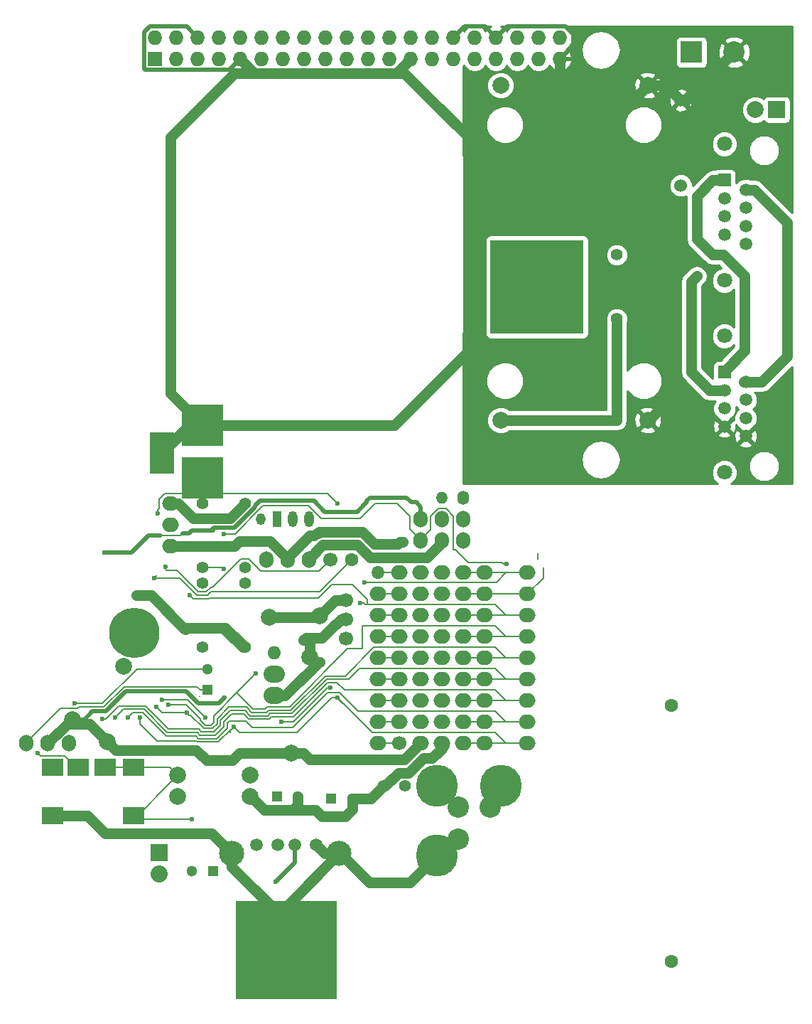
<source format=gbr>
G04 #@! TF.FileFunction,Copper,L2,Bot,Signal*
%FSLAX46Y46*%
G04 Gerber Fmt 4.6, Leading zero omitted, Abs format (unit mm)*
G04 Created by KiCad (PCBNEW 4.0.2+dfsg1-stable) date 2016年08月05日 19時27分02秒*
%MOMM*%
G01*
G04 APERTURE LIST*
%ADD10C,0.100000*%
%ADD11C,1.600000*%
%ADD12C,2.000000*%
%ADD13C,6.000000*%
%ADD14O,1.117600X1.400000*%
%ADD15R,1.117600X1.905000*%
%ADD16O,1.117600X1.905000*%
%ADD17C,2.540000*%
%ADD18R,2.500000X2.000000*%
%ADD19C,1.501140*%
%ADD20O,3.000000X3.000000*%
%ADD21C,1.699260*%
%ADD22C,1.300000*%
%ADD23R,1.300000X1.300000*%
%ADD24O,2.540000X2.032000*%
%ADD25O,1.600000X1.600000*%
%ADD26C,5.000000*%
%ADD27O,2.000000X1.700000*%
%ADD28O,1.700000X2.000000*%
%ADD29C,1.700000*%
%ADD30O,1.400000X1.400000*%
%ADD31O,1.400000X1.700000*%
%ADD32R,12.000000X11.750000*%
%ADD33C,1.397000*%
%ADD34O,1.500000X1.600000*%
%ADD35R,2.032000X2.032000*%
%ADD36O,2.032000X2.032000*%
%ADD37R,2.540000X2.540000*%
%ADD38C,1.524000*%
%ADD39R,2.000000X2.000000*%
%ADD40C,1.800000*%
%ADD41R,1.501140X1.501140*%
%ADD42R,2.999740X5.001260*%
%ADD43R,5.001260X5.001260*%
%ADD44R,1.727200X1.727200*%
%ADD45O,1.727200X1.727200*%
%ADD46C,0.600000*%
%ADD47C,0.203200*%
%ADD48C,1.270000*%
%ADD49C,0.508000*%
%ADD50C,0.254000*%
G04 APERTURE END LIST*
D10*
D11*
X214503000Y-115910000D03*
X214503000Y-146390000D03*
D12*
X155702000Y-124206000D03*
X164338000Y-124206000D03*
D13*
X150533000Y-107231000D03*
D14*
X165608000Y-93726000D03*
D15*
X167513000Y-93726000D03*
D16*
X169418000Y-93726000D03*
X171323000Y-93726000D03*
D17*
X189103000Y-131826000D03*
X189103000Y-128016000D03*
X192913000Y-128016000D03*
D18*
X150438000Y-129011000D03*
X140738000Y-129011000D03*
X147038000Y-123211000D03*
X150438000Y-123211000D03*
X140738000Y-123211000D03*
X143838000Y-123211000D03*
D19*
X172149860Y-132458880D03*
X169609860Y-132458880D03*
X167577860Y-132458880D03*
X165037860Y-132458880D03*
D20*
X174937000Y-133491000D03*
X162137000Y-133491000D03*
D21*
X175768000Y-105600000D03*
X175768000Y-103308920D03*
X175768000Y-107891080D03*
D22*
X176490000Y-127000000D03*
D23*
X173990000Y-127000000D03*
D24*
X167182800Y-114706400D03*
X167182800Y-112166400D03*
D25*
X167182800Y-109626400D03*
D26*
X186563000Y-133731000D03*
X186563000Y-125476000D03*
X194183000Y-125476000D03*
D27*
X154813000Y-96901000D03*
X154813000Y-94361000D03*
X154813000Y-91821000D03*
D28*
X142748000Y-120396000D03*
X140208000Y-120396000D03*
X137668000Y-120396000D03*
X166243000Y-98552000D03*
X171323000Y-98552000D03*
X168783000Y-98552000D03*
D29*
X173863000Y-98552000D03*
D11*
X176403000Y-98552000D03*
D28*
X189738000Y-96266000D03*
X187198000Y-96266000D03*
X184658000Y-96266000D03*
X189738000Y-93726000D03*
X187198000Y-93726000D03*
X184658000Y-93726000D03*
D30*
X187198000Y-91186000D03*
D31*
X189738000Y-91186000D03*
D32*
X168593000Y-145021000D03*
D33*
X180213000Y-125476000D03*
X182753000Y-125476000D03*
D12*
X155702000Y-126746000D03*
X164338000Y-126746000D03*
D33*
X163703000Y-108966000D03*
X158623000Y-108966000D03*
X163703000Y-101346000D03*
X158623000Y-101346000D03*
D23*
X159258000Y-114046000D03*
D22*
X159258000Y-111546000D03*
X157393000Y-135636000D03*
D23*
X159893000Y-135636000D03*
D27*
X197359000Y-120396000D03*
X197359000Y-110236000D03*
X197359000Y-112776000D03*
X197359000Y-117856000D03*
X197359000Y-115316000D03*
X197359000Y-105156000D03*
X197359000Y-107696000D03*
X197359000Y-102616000D03*
X197359000Y-100076000D03*
X189739000Y-120396000D03*
X189739000Y-110236000D03*
X189739000Y-112776000D03*
X189739000Y-117856000D03*
X189739000Y-115316000D03*
X189739000Y-105156000D03*
X189739000Y-107696000D03*
X189739000Y-102616000D03*
X189739000Y-100076000D03*
X184659000Y-120396000D03*
X184659000Y-110236000D03*
X184659000Y-112776000D03*
X184659000Y-117856000D03*
X184659000Y-115316000D03*
X184659000Y-105156000D03*
X184659000Y-107696000D03*
X184659000Y-102616000D03*
X184659000Y-100076000D03*
X187199000Y-120396000D03*
X187199000Y-110236000D03*
X187199000Y-112776000D03*
X187199000Y-117856000D03*
X187199000Y-115316000D03*
X187199000Y-105156000D03*
X187199000Y-107696000D03*
X187199000Y-102616000D03*
X187199000Y-100076000D03*
X192279000Y-120396000D03*
X192279000Y-110236000D03*
X192279000Y-112776000D03*
X192279000Y-117856000D03*
X192279000Y-115316000D03*
X192279000Y-105156000D03*
X192279000Y-107696000D03*
X192279000Y-102616000D03*
X192279000Y-100076000D03*
X179579000Y-120396000D03*
X179579000Y-110236000D03*
X179579000Y-112776000D03*
X179579000Y-117856000D03*
X179579000Y-115316000D03*
X179579000Y-105156000D03*
X179579000Y-107696000D03*
X179579000Y-102616000D03*
D34*
X179579000Y-100076000D03*
D29*
X182119000Y-120396000D03*
D27*
X182119000Y-110236000D03*
X182119000Y-112776000D03*
X182119000Y-117856000D03*
X182119000Y-115316000D03*
X182119000Y-105156000D03*
X182119000Y-107696000D03*
X182119000Y-102616000D03*
X182119000Y-100076000D03*
D35*
X153517600Y-133400800D03*
D36*
X153517600Y-135940800D03*
D33*
X158623000Y-91821000D03*
X163703000Y-91821000D03*
X158623000Y-99441000D03*
X163703000Y-99441000D03*
D22*
X170013000Y-126746000D03*
D23*
X167513000Y-126746000D03*
D37*
X216916000Y-38100000D03*
D17*
X221996000Y-38100000D03*
D38*
X215646000Y-53975000D03*
X215646000Y-43815000D03*
D33*
X208026000Y-62230000D03*
X208026000Y-69850000D03*
D39*
X227088000Y-44945000D03*
D12*
X224548000Y-44945000D03*
X194183000Y-81915000D03*
X194183000Y-42037000D03*
X211709000Y-81915000D03*
X211709000Y-42037000D03*
D10*
G36*
X198961000Y-71580000D02*
X192961000Y-71580000D01*
X192961000Y-65580000D01*
X198961000Y-65580000D01*
X198961000Y-71580000D01*
X198961000Y-71580000D01*
G37*
G36*
X198961000Y-66500000D02*
X192961000Y-66500000D01*
X192961000Y-60500000D01*
X198961000Y-60500000D01*
X198961000Y-66500000D01*
X198961000Y-66500000D01*
G37*
G36*
X204041000Y-71580000D02*
X198041000Y-71580000D01*
X198041000Y-65580000D01*
X204041000Y-65580000D01*
X204041000Y-71580000D01*
X204041000Y-71580000D01*
G37*
G36*
X204041000Y-66500000D02*
X198041000Y-66500000D01*
X198041000Y-60500000D01*
X204041000Y-60500000D01*
X204041000Y-66500000D01*
X204041000Y-66500000D01*
G37*
D40*
X220853000Y-71882000D03*
X220853000Y-88138000D03*
D19*
X223393000Y-83820000D03*
X220853000Y-82677000D03*
X223393000Y-81661000D03*
X220853000Y-80518000D03*
X223393000Y-79502000D03*
X220853000Y-78359000D03*
X223393000Y-77343000D03*
D41*
X220853000Y-76200000D03*
D40*
X220853000Y-49022000D03*
X220853000Y-65278000D03*
D19*
X223393000Y-60960000D03*
X220853000Y-59817000D03*
X223393000Y-58801000D03*
X220853000Y-57658000D03*
X223393000Y-56642000D03*
X220853000Y-55499000D03*
X223393000Y-54483000D03*
D41*
X220853000Y-53340000D03*
D42*
X153822400Y-85801200D03*
D43*
X158673800Y-88800940D03*
X158623000Y-82550000D03*
D44*
X152988000Y-38895000D03*
D45*
X152988000Y-36355000D03*
X155528000Y-38895000D03*
X155528000Y-36355000D03*
X158068000Y-38895000D03*
X158068000Y-36355000D03*
X160608000Y-38895000D03*
X160608000Y-36355000D03*
X163148000Y-38895000D03*
X163148000Y-36355000D03*
X165688000Y-38895000D03*
X165688000Y-36355000D03*
X168228000Y-38895000D03*
X168228000Y-36355000D03*
X170768000Y-38895000D03*
X170768000Y-36355000D03*
X173308000Y-38895000D03*
X173308000Y-36355000D03*
X175848000Y-38895000D03*
X175848000Y-36355000D03*
X178388000Y-38895000D03*
X178388000Y-36355000D03*
X180928000Y-38895000D03*
X180928000Y-36355000D03*
X183468000Y-38895000D03*
X183468000Y-36355000D03*
X186008000Y-38895000D03*
X186008000Y-36355000D03*
X188548000Y-38895000D03*
X188548000Y-36355000D03*
X191088000Y-38895000D03*
X191088000Y-36355000D03*
X193628000Y-38895000D03*
X193628000Y-36355000D03*
X196168000Y-38895000D03*
X196168000Y-36355000D03*
X198708000Y-38895000D03*
X198708000Y-36355000D03*
X201248000Y-38895000D03*
X201248000Y-36355000D03*
D12*
X143140717Y-117524015D03*
D46*
X161265796Y-114960400D03*
D12*
X172589969Y-105186760D03*
X147288388Y-120173620D03*
X169226613Y-121569027D03*
D46*
X182524400Y-96367600D03*
D12*
X166624000Y-105410000D03*
X171424600Y-110134400D03*
X149277033Y-111238824D03*
D46*
X150749000Y-102743000D03*
X177909210Y-101225289D03*
X174701200Y-91846400D03*
X153339800Y-92989400D03*
X152908000Y-100711000D03*
X171856979Y-98537771D03*
X157353000Y-129413000D03*
X161145721Y-95478600D03*
X161145721Y-99623461D03*
X194868800Y-99060000D03*
X167323000Y-136906000D03*
X178201042Y-91668600D03*
X146964400Y-97688400D03*
X153831893Y-115199283D03*
X159004000Y-117348000D03*
X139039600Y-121539000D03*
X143433800Y-115620800D03*
X154233000Y-99331000D03*
X174701200Y-114960400D03*
X162374219Y-118416341D03*
X151232980Y-117331019D03*
X156758054Y-116728955D03*
X153162000Y-116078000D03*
X146685000Y-117475000D03*
X149733000Y-117331000D03*
X157108903Y-102733097D03*
X177444400Y-103682800D03*
X154554694Y-115800903D03*
X164985473Y-112026473D03*
X168020512Y-117835260D03*
X173891589Y-113766600D03*
X148233000Y-117331000D03*
X217551000Y-64770000D03*
D47*
X198628000Y-97790000D02*
X198628000Y-98425000D01*
X158297913Y-114736913D02*
X158306399Y-114745399D01*
D48*
X166663000Y-96282000D02*
X168783000Y-98402000D01*
X163055767Y-96282000D02*
X166663000Y-96282000D01*
X154813000Y-96901000D02*
X162436767Y-96901000D01*
X162436767Y-96901000D02*
X163055767Y-96282000D01*
X168783000Y-98402000D02*
X168783000Y-98552000D01*
D49*
X145499323Y-116579622D02*
X144554930Y-117524015D01*
X147132956Y-116579622D02*
X145499323Y-116579622D01*
X149520557Y-114192021D02*
X147132956Y-116579622D01*
X158130622Y-115595400D02*
X156727243Y-114192021D01*
X156727243Y-114192021D02*
X149520557Y-114192021D01*
X161265796Y-114960400D02*
X160630796Y-115595400D01*
X160630796Y-115595400D02*
X158130622Y-115595400D01*
D48*
X142697200Y-118059200D02*
X143140717Y-117615683D01*
D49*
X144554930Y-117524015D02*
X143140717Y-117524015D01*
D48*
X143140717Y-117615683D02*
X143140717Y-117524015D01*
X142548566Y-118059200D02*
X142697200Y-118059200D01*
X140211766Y-120396000D02*
X142548566Y-118059200D01*
X140208000Y-120396000D02*
X140211766Y-120396000D01*
X175768000Y-103308920D02*
X174467809Y-103308920D01*
X174467809Y-103308920D02*
X173589968Y-104186761D01*
X173589968Y-104186761D02*
X172589969Y-105186760D01*
X172366729Y-105410000D02*
X172589969Y-105186760D01*
X166624000Y-105410000D02*
X172366729Y-105410000D01*
X148288387Y-121173619D02*
X147288388Y-120173620D01*
X148314033Y-121199265D02*
X148288387Y-121173619D01*
X157916197Y-121199265D02*
X148314033Y-121199265D01*
X159143196Y-122426263D02*
X157916197Y-121199265D01*
X162166798Y-122426264D02*
X159143196Y-122426263D01*
X163024035Y-121569027D02*
X162166798Y-122426264D01*
X169226613Y-121569027D02*
X163024035Y-121569027D01*
X146288389Y-119173621D02*
X147288388Y-120173620D01*
X145173968Y-118059200D02*
X146288389Y-119173621D01*
X142697200Y-118059200D02*
X145173968Y-118059200D01*
X170640826Y-121569027D02*
X169226613Y-121569027D01*
X182728600Y-122326400D02*
X171398199Y-122326400D01*
X184659000Y-120396000D02*
X182728600Y-122326400D01*
X171398199Y-122326400D02*
X170640826Y-121569027D01*
X168783000Y-98552000D02*
X168783000Y-98272600D01*
X168783000Y-98272600D02*
X171399200Y-95656400D01*
X182219600Y-96367600D02*
X182524400Y-96367600D01*
X181914800Y-96672400D02*
X182219600Y-96367600D01*
X179120800Y-96672400D02*
X181914800Y-96672400D01*
X177698400Y-95250000D02*
X179120800Y-96672400D01*
X172567600Y-95250000D02*
X177698400Y-95250000D01*
X172466000Y-95351600D02*
X172567600Y-95250000D01*
X172262800Y-95351600D02*
X172466000Y-95351600D01*
X171958000Y-95656400D02*
X172262800Y-95351600D01*
X171399200Y-95656400D02*
X171958000Y-95656400D01*
X168783000Y-98552000D02*
X168783000Y-98425000D01*
X171426144Y-110132856D02*
X171426144Y-109980457D01*
X171424600Y-110134400D02*
X171426144Y-110132856D01*
X171426144Y-109980457D02*
X171426144Y-108227635D01*
X171426144Y-108227635D02*
X170996109Y-107797600D01*
X172542200Y-110667800D02*
X172113487Y-110667800D01*
X172113487Y-110667800D02*
X171426144Y-109980457D01*
X171426144Y-109980457D02*
X171424600Y-109978913D01*
X172897800Y-107797600D02*
X170996109Y-107797600D01*
X174523400Y-106248200D02*
X174447200Y-106248200D01*
X175171600Y-105600000D02*
X174523400Y-106248200D01*
X174447200Y-106248200D02*
X172897800Y-107797600D01*
X170996109Y-107797600D02*
X170688000Y-108105709D01*
X175768000Y-105600000D02*
X175171600Y-105600000D01*
X167182800Y-114706400D02*
X168503600Y-114706400D01*
X172542200Y-110667800D02*
X172618400Y-110667800D01*
X168503600Y-114706400D02*
X172542200Y-110667800D01*
X163703000Y-108966000D02*
X163449000Y-108966000D01*
X163449000Y-108966000D02*
X161086800Y-106603800D01*
X154813000Y-91821000D02*
X155721004Y-91821000D01*
X155721004Y-91821000D02*
X157499004Y-93599000D01*
X161925000Y-93599000D02*
X163703000Y-91821000D01*
X157499004Y-93599000D02*
X161925000Y-93599000D01*
X154963000Y-91821000D02*
X154813000Y-91821000D01*
X156387800Y-106603800D02*
X161086800Y-106603800D01*
X161086800Y-106603800D02*
X161340800Y-106603800D01*
X161340800Y-106603800D02*
X163703000Y-108966000D01*
X140738000Y-129011000D02*
X144911400Y-129011000D01*
X159760800Y-131114800D02*
X162137000Y-133491000D01*
X147015200Y-131114800D02*
X159760800Y-131114800D01*
X144911400Y-129011000D02*
X147015200Y-131114800D01*
X176490000Y-127000000D02*
X178689000Y-127000000D01*
X178689000Y-127000000D02*
X180213000Y-125476000D01*
X174937000Y-133491000D02*
X175045400Y-133491000D01*
X175045400Y-133491000D02*
X178511200Y-136956800D01*
X183337200Y-136956800D02*
X186563000Y-133731000D01*
X178511200Y-136956800D02*
X183337200Y-136956800D01*
X186029600Y-122174000D02*
X184962800Y-122174000D01*
X183235600Y-123901200D02*
X182016400Y-123901200D01*
X184962800Y-122174000D02*
X183235600Y-123901200D01*
X180213000Y-125476000D02*
X180441600Y-125476000D01*
X180441600Y-125476000D02*
X182016400Y-123901200D01*
X186029600Y-122174000D02*
X187199000Y-121004600D01*
X187199000Y-121004600D02*
X187199000Y-120396000D01*
X185394600Y-133731000D02*
X186563000Y-133731000D01*
X186563000Y-133731000D02*
X187198000Y-133731000D01*
X187198000Y-133731000D02*
X189103000Y-131826000D01*
X169418000Y-128320800D02*
X172110400Y-128320800D01*
X176490000Y-128259200D02*
X176490000Y-127000000D01*
X175666400Y-129082800D02*
X176490000Y-128259200D01*
X172872400Y-129082800D02*
X175666400Y-129082800D01*
X172110400Y-128320800D02*
X172872400Y-129082800D01*
X164338000Y-126746000D02*
X164439600Y-126746000D01*
X164439600Y-126746000D02*
X166014400Y-128320800D01*
X166014400Y-128320800D02*
X169418000Y-128320800D01*
X169418000Y-128320800D02*
X170013000Y-127725800D01*
X170013000Y-127725800D02*
X170013000Y-126746000D01*
X168593000Y-145021000D02*
X168593000Y-141516600D01*
X168593000Y-141516600D02*
X162137000Y-135060600D01*
X162137000Y-135060600D02*
X162137000Y-133491000D01*
X152527000Y-102743000D02*
X151173264Y-102743000D01*
X156575000Y-106791000D02*
X156387800Y-106603800D01*
X156387800Y-106603800D02*
X152527000Y-102743000D01*
X151173264Y-102743000D02*
X150749000Y-102743000D01*
X168593000Y-145021000D02*
X168593000Y-139835000D01*
X168593000Y-139835000D02*
X174937000Y-133491000D01*
X174937000Y-133491000D02*
X173181980Y-133491000D01*
X173181980Y-133491000D02*
X172149860Y-132458880D01*
X187453000Y-120650000D02*
X187199000Y-120396000D01*
X210566000Y-67310000D02*
X205613000Y-67310000D01*
X181483000Y-82550000D02*
X158623000Y-82550000D01*
X190373000Y-73660000D02*
X181483000Y-82550000D01*
X204343000Y-73660000D02*
X190373000Y-73660000D01*
X205613000Y-74930000D02*
X204343000Y-73660000D01*
X205613000Y-67310000D02*
X205613000Y-74930000D01*
X164846601Y-40593601D02*
X162479399Y-40593601D01*
X162479399Y-40593601D02*
X154813000Y-48260000D01*
X154813000Y-48260000D02*
X154813000Y-78740000D01*
X154813000Y-78740000D02*
X158623000Y-82550000D01*
X158623000Y-82550000D02*
X157073600Y-82550000D01*
X157073600Y-82550000D02*
X153822400Y-85801200D01*
X201248000Y-38895000D02*
X201248000Y-49831000D01*
X201248000Y-49831000D02*
X200279000Y-50800000D01*
X181483000Y-40593601D02*
X182706601Y-40593601D01*
X182706601Y-40593601D02*
X192913000Y-50800000D01*
X192913000Y-50800000D02*
X200279000Y-50800000D01*
X200279000Y-50800000D02*
X208026000Y-50800000D01*
X164846601Y-40593601D02*
X167259000Y-40593601D01*
X167259000Y-40593601D02*
X181483000Y-40593601D01*
X181483000Y-40593601D02*
X181769399Y-40593601D01*
X163148000Y-38895000D02*
X164846601Y-40593601D01*
X181769399Y-40593601D02*
X182604401Y-39758599D01*
X182604401Y-39758599D02*
X183468000Y-38895000D01*
D49*
X158068000Y-36355000D02*
X156750399Y-35037399D01*
X156750399Y-35037399D02*
X152355551Y-35037399D01*
X151670399Y-40121801D02*
X151761199Y-40212601D01*
X152355551Y-35037399D02*
X151670399Y-35722551D01*
X151670399Y-35722551D02*
X151670399Y-40121801D01*
X151761199Y-40212601D02*
X161830399Y-40212601D01*
X161830399Y-40212601D02*
X162284401Y-39758599D01*
X162284401Y-39758599D02*
X163148000Y-38895000D01*
X202819000Y-35975950D02*
X202819000Y-37324000D01*
X202819000Y-37324000D02*
X201248000Y-38895000D01*
X193628000Y-36355000D02*
X194945601Y-35037399D01*
X194945601Y-35037399D02*
X201880449Y-35037399D01*
X201880449Y-35037399D02*
X202819000Y-35975950D01*
X193628000Y-36355000D02*
X192310399Y-35037399D01*
X192310399Y-35037399D02*
X189865601Y-35037399D01*
X189865601Y-35037399D02*
X189411599Y-35491401D01*
X189411599Y-35491401D02*
X188548000Y-36355000D01*
D48*
X215646000Y-43815000D02*
X216281000Y-43815000D01*
X216281000Y-43815000D02*
X221996000Y-38100000D01*
X211709000Y-42037000D02*
X213868000Y-42037000D01*
X213868000Y-42037000D02*
X215646000Y-43815000D01*
X211709000Y-81915000D02*
X211836000Y-81915000D01*
X211836000Y-81915000D02*
X215011000Y-78740000D01*
X215011000Y-78740000D02*
X215011000Y-76835000D01*
X215011000Y-76835000D02*
X210566000Y-72390000D01*
X210566000Y-72390000D02*
X210566000Y-67310000D01*
X210566000Y-67310000D02*
X210566000Y-53340000D01*
X210566000Y-53340000D02*
X208026000Y-50800000D01*
X208026000Y-45720000D02*
X211709000Y-42037000D01*
X208026000Y-50800000D02*
X208026000Y-45720000D01*
D47*
X154190389Y-90664989D02*
X173519789Y-90664989D01*
X173519789Y-90664989D02*
X174701200Y-91846400D01*
X153511390Y-91343988D02*
X153511390Y-92100400D01*
X153339800Y-92989400D02*
X153339800Y-92565136D01*
X153339800Y-92565136D02*
X153511390Y-92393546D01*
X153511390Y-92393546D02*
X153511390Y-92100400D01*
X178333474Y-101225289D02*
X177909210Y-101225289D01*
X193658773Y-101235227D02*
X178343412Y-101235227D01*
X178343412Y-101235227D02*
X178333474Y-101225289D01*
X194818000Y-100076000D02*
X193658773Y-101235227D01*
X194818000Y-100076000D02*
X195454000Y-100076000D01*
X192279000Y-100076000D02*
X194818000Y-100076000D01*
X154190389Y-90664989D02*
X153511390Y-91343988D01*
X195454000Y-100076000D02*
X197359000Y-100076000D01*
X189739000Y-100076000D02*
X192279000Y-100076000D01*
X159673275Y-102346101D02*
X172608899Y-102346101D01*
X172608899Y-102346101D02*
X175603001Y-99351999D01*
X155937624Y-100711000D02*
X157975936Y-102749312D01*
X152908000Y-100711000D02*
X155937624Y-100711000D01*
X157975936Y-102749312D02*
X159270064Y-102749312D01*
X159270064Y-102749312D02*
X159673275Y-102346101D01*
X175603001Y-99351999D02*
X176403000Y-98552000D01*
X152908000Y-100711000D02*
X153207999Y-100411001D01*
D48*
X176936400Y-96774000D02*
X177088800Y-96774000D01*
X178612800Y-98298000D02*
X179578000Y-98298000D01*
X177088800Y-96774000D02*
X178612800Y-98298000D01*
X171323000Y-98552000D02*
X171323000Y-98425000D01*
X171323000Y-98425000D02*
X172974000Y-96774000D01*
X172974000Y-96774000D02*
X176936400Y-96774000D01*
X187198000Y-96266000D02*
X187198000Y-96520000D01*
X187198000Y-96520000D02*
X185420000Y-98298000D01*
X185420000Y-98298000D02*
X179578000Y-98298000D01*
D47*
X157353000Y-129413000D02*
X150840000Y-129413000D01*
X150840000Y-129413000D02*
X150438000Y-129011000D01*
X150438000Y-123211000D02*
X154707000Y-123211000D01*
X154707000Y-123211000D02*
X155702000Y-124206000D01*
X147038000Y-123211000D02*
X148491200Y-123211000D01*
X148491200Y-123211000D02*
X150438000Y-123211000D01*
X150438000Y-129011000D02*
X150897000Y-129011000D01*
X150897000Y-129011000D02*
X154702001Y-125205999D01*
X154702001Y-125205999D02*
X155702000Y-124206000D01*
X161196521Y-95427800D02*
X161145721Y-95478600D01*
X184658000Y-96116000D02*
X183388000Y-94846000D01*
X183388000Y-94846000D02*
X183388000Y-93370400D01*
X183388000Y-93370400D02*
X181864000Y-91846400D01*
X165862000Y-92075000D02*
X165608000Y-92329000D01*
X181864000Y-91846400D02*
X179197000Y-91846400D01*
X179197000Y-91846400D02*
X177444400Y-93599000D01*
X177444400Y-93599000D02*
X172806503Y-93599000D01*
X172806503Y-93599000D02*
X171282503Y-92075000D01*
X171282503Y-92075000D02*
X165862000Y-92075000D01*
X165608000Y-92367997D02*
X162548197Y-95427800D01*
X162548197Y-95427800D02*
X161196521Y-95427800D01*
X165608000Y-92329000D02*
X165608000Y-92367997D01*
X158623000Y-99441000D02*
X160963260Y-99441000D01*
X160963260Y-99441000D02*
X161145721Y-99623461D01*
X194310000Y-98856800D02*
X194513200Y-99060000D01*
X194513200Y-99060000D02*
X194868800Y-99060000D01*
X190298422Y-98856800D02*
X194310000Y-98856800D01*
X188569600Y-97332800D02*
X188774422Y-97332800D01*
X188774422Y-97332800D02*
X190298422Y-98856800D01*
X188569600Y-93318978D02*
X188569600Y-97332800D01*
X185828800Y-94945200D02*
X185828800Y-93316578D01*
X185828800Y-93316578D02*
X186720988Y-92424390D01*
X186720988Y-92424390D02*
X187675012Y-92424390D01*
X187675012Y-92424390D02*
X188569600Y-93318978D01*
X184658000Y-96266000D02*
X184658000Y-96116000D01*
X184658000Y-96116000D02*
X185828800Y-94945200D01*
X199264000Y-100711000D02*
X197359000Y-102616000D01*
X199264000Y-99441000D02*
X199264000Y-100711000D01*
X197509000Y-102616000D02*
X197359000Y-102616000D01*
X192279000Y-102616000D02*
X195327000Y-102616000D01*
X195327000Y-102616000D02*
X195454000Y-102616000D01*
X195454000Y-102616000D02*
X197359000Y-102616000D01*
X189739000Y-102616000D02*
X192279000Y-102616000D01*
D49*
X169609860Y-134619140D02*
X169609860Y-132458880D01*
X167323000Y-136906000D02*
X169609860Y-134619140D01*
X177901043Y-91968599D02*
X178201042Y-91668600D01*
X177067001Y-92802641D02*
X177901043Y-91968599D01*
X173217393Y-92802641D02*
X177067001Y-92802641D01*
X164925389Y-92098859D02*
X165504859Y-91519389D01*
X164925389Y-92251259D02*
X164925389Y-92098859D01*
X162452050Y-94724598D02*
X164925389Y-92251259D01*
X159964400Y-94724598D02*
X162452050Y-94724598D01*
X159664400Y-95024598D02*
X159964400Y-94724598D01*
X171934141Y-91519389D02*
X173217393Y-92802641D01*
X165504859Y-91519389D02*
X171934141Y-91519389D01*
X178201042Y-91668600D02*
X178201042Y-91496158D01*
X182981600Y-91109800D02*
X183540400Y-91668600D01*
X178587400Y-91109800D02*
X182981600Y-91109800D01*
X178201042Y-91496158D02*
X178587400Y-91109800D01*
X184658000Y-92218000D02*
X184658000Y-93726000D01*
X184108600Y-91668600D02*
X184658000Y-92218000D01*
X183540400Y-91668600D02*
X184108600Y-91668600D01*
X157400602Y-95024598D02*
X159664400Y-95024598D01*
X159664400Y-95024598D02*
X159918400Y-95024598D01*
X156260800Y-95402400D02*
X157022800Y-95402400D01*
D47*
X156006800Y-95656400D02*
X156260800Y-95402400D01*
D49*
X146964400Y-97688400D02*
X150164800Y-97688400D01*
X152196800Y-95656400D02*
X153670000Y-95656400D01*
X150164800Y-97688400D02*
X152196800Y-95656400D01*
D47*
X153670000Y-95656400D02*
X156006800Y-95656400D01*
D49*
X157022800Y-95402400D02*
X157400602Y-95024598D01*
D47*
X159004000Y-117348000D02*
X156855283Y-115199283D01*
X154256157Y-115199283D02*
X153831893Y-115199283D01*
X156855283Y-115199283D02*
X154256157Y-115199283D01*
X137668000Y-120246000D02*
X137668000Y-120396000D01*
X141691598Y-116222402D02*
X137668000Y-120246000D01*
X143722570Y-116222402D02*
X141691598Y-116222402D01*
X143920961Y-116024011D02*
X143722570Y-116222402D01*
X146902815Y-116024011D02*
X143920961Y-116024011D01*
X149290416Y-113636410D02*
X146902815Y-116024011D01*
X157995210Y-113636410D02*
X149290416Y-113636410D01*
X158404800Y-114046000D02*
X157995210Y-113636410D01*
X159258000Y-114046000D02*
X158404800Y-114046000D01*
X139039600Y-121539000D02*
X139339599Y-121838999D01*
X139339599Y-121838999D02*
X142215999Y-121838999D01*
X142215999Y-121838999D02*
X143588000Y-123211000D01*
X143588000Y-123211000D02*
X143838000Y-123211000D01*
X146735800Y-115620800D02*
X143433800Y-115620800D01*
X150810600Y-111546000D02*
X146735800Y-115620800D01*
X159258000Y-111546000D02*
X150810600Y-111546000D01*
X154355800Y-99771200D02*
X154233000Y-99648400D01*
X154233000Y-99648400D02*
X154233000Y-99331000D01*
X155568050Y-99771200D02*
X154355800Y-99771200D01*
X164183049Y-98440899D02*
X163179101Y-98440899D01*
X163179101Y-98440899D02*
X159793951Y-101826049D01*
X159793951Y-101826049D02*
X159623101Y-101826049D01*
X173863000Y-98552000D02*
X172561390Y-99853610D01*
X172561390Y-99853610D02*
X165595760Y-99853610D01*
X158142951Y-102346101D02*
X155568050Y-99771200D01*
X165595760Y-99853610D02*
X164183049Y-98440899D01*
X159623101Y-101826049D02*
X159103049Y-102346101D01*
X159103049Y-102346101D02*
X158142951Y-102346101D01*
X193548000Y-119126000D02*
X179197000Y-119126000D01*
X174701200Y-114960400D02*
X178866800Y-119126000D01*
X178866800Y-119126000D02*
X179197000Y-119126000D01*
X169900600Y-119126000D02*
X164465000Y-119126000D01*
X174701200Y-114960400D02*
X174066200Y-114960400D01*
X174066200Y-114960400D02*
X169900600Y-119126000D01*
X175361600Y-115646200D02*
X174701200Y-114985800D01*
X174701200Y-114985800D02*
X174701200Y-114960400D01*
X158007152Y-120219654D02*
X160529786Y-120219654D01*
X160529786Y-120219654D02*
X162039069Y-118710371D01*
X151232980Y-117331019D02*
X151232980Y-118085980D01*
X151232980Y-118085980D02*
X153211263Y-120064263D01*
X153211263Y-120064263D02*
X157851761Y-120064263D01*
X157851761Y-120064263D02*
X158007152Y-120219654D01*
X162674218Y-118716340D02*
X162374219Y-118416341D01*
X162039069Y-118710371D02*
X162045038Y-118716340D01*
X162045038Y-118716340D02*
X162074220Y-118716340D01*
X163083878Y-119126000D02*
X162674218Y-118716340D01*
X162074220Y-118716340D02*
X162374219Y-118416341D01*
X164465000Y-119126000D02*
X163083878Y-119126000D01*
X161925000Y-118824440D02*
X162039069Y-118710371D01*
X161925000Y-119126000D02*
X161925000Y-118824440D01*
X164465000Y-119126000D02*
X164269500Y-119126000D01*
X194818000Y-120396000D02*
X193548000Y-119126000D01*
X194818000Y-120396000D02*
X195327000Y-120396000D01*
X192279000Y-120396000D02*
X194818000Y-120396000D01*
X195327000Y-120396000D02*
X195454000Y-120396000D01*
X195454000Y-120396000D02*
X197359000Y-120396000D01*
X197359000Y-120396000D02*
X197209000Y-120396000D01*
X189739000Y-120396000D02*
X192279000Y-120396000D01*
X173250449Y-112358577D02*
X169181805Y-116427221D01*
X169181805Y-116427221D02*
X166550044Y-116427221D01*
X166550044Y-116427221D02*
X166267454Y-116709811D01*
X161798642Y-116074810D02*
X160389809Y-117483643D01*
X163868750Y-116074810D02*
X161798642Y-116074810D01*
X166267454Y-116709811D02*
X164503750Y-116709810D01*
X159840786Y-118606811D02*
X158802213Y-118606811D01*
X194818000Y-110236000D02*
X193548000Y-108966000D01*
X160389809Y-118057789D02*
X159840786Y-118606811D01*
X160389809Y-117483643D02*
X160389809Y-118057789D01*
X193548000Y-108966000D02*
X179070378Y-108966000D01*
X179070378Y-108966000D02*
X175677801Y-112358577D01*
X175677801Y-112358577D02*
X173250449Y-112358577D01*
X158802213Y-118606811D02*
X157224356Y-117028954D01*
X157058053Y-117028954D02*
X156758054Y-116728955D01*
X164503750Y-116709810D02*
X163868750Y-116074810D01*
X157224356Y-117028954D02*
X157058053Y-117028954D01*
X156333790Y-116728955D02*
X156758054Y-116728955D01*
X153812955Y-116728955D02*
X156333790Y-116728955D01*
X153162000Y-116078000D02*
X153812955Y-116728955D01*
X194818000Y-110236000D02*
X192279000Y-110236000D01*
X195327000Y-110236000D02*
X194818000Y-110236000D01*
X192279000Y-110236000D02*
X189739000Y-110236000D01*
X197359000Y-110236000D02*
X195454000Y-110236000D01*
X195454000Y-110236000D02*
X195327000Y-110236000D01*
X161965657Y-116478021D02*
X160793020Y-117650658D01*
X151855801Y-115922977D02*
X148661287Y-115922977D01*
X158508198Y-119010022D02*
X158182807Y-118684631D01*
X160007801Y-119010022D02*
X158508198Y-119010022D01*
X147109264Y-117475000D02*
X146685000Y-117475000D01*
X169348820Y-116830432D02*
X166717059Y-116830432D01*
X160793020Y-117650658D02*
X160793020Y-118224804D01*
X158182807Y-118684631D02*
X154617455Y-118684631D01*
X164336734Y-117113020D02*
X163701735Y-116478021D01*
X194818000Y-112776000D02*
X193548000Y-111506000D01*
X166717059Y-116830432D02*
X166434469Y-117113022D01*
X173417464Y-112761788D02*
X169348820Y-116830432D01*
X176100986Y-112761788D02*
X173417464Y-112761788D01*
X177356774Y-111506000D02*
X176100986Y-112761788D01*
X154617455Y-118684631D02*
X151855801Y-115922977D01*
X163701735Y-116478021D02*
X161965657Y-116478021D01*
X160793020Y-118224804D02*
X160007801Y-119010022D01*
X166434469Y-117113022D02*
X164336734Y-117113020D01*
X193548000Y-111506000D02*
X177356774Y-111506000D01*
X148661287Y-115922977D02*
X147109264Y-117475000D01*
X194818000Y-112776000D02*
X192279000Y-112776000D01*
X195327000Y-112776000D02*
X194818000Y-112776000D01*
X197359000Y-112776000D02*
X196216000Y-112776000D01*
X196216000Y-112776000D02*
X195454000Y-112776000D01*
X195454000Y-112776000D02*
X195327000Y-112776000D01*
X189739000Y-112776000D02*
X192279000Y-112776000D01*
X157848777Y-119491053D02*
X154283425Y-119491053D01*
X150334601Y-116729399D02*
X149733000Y-117331000D01*
X174989970Y-114358798D02*
X174412430Y-114358798D01*
X174412430Y-114358798D02*
X174387030Y-114384198D01*
X161599440Y-118558836D02*
X160341828Y-119816444D01*
X161599442Y-117984688D02*
X161599442Y-118558833D01*
X161842487Y-117741643D02*
X161599442Y-117984688D01*
X163824905Y-117741643D02*
X161842487Y-117741643D01*
X161599442Y-118558833D02*
X161599440Y-118558836D01*
X194818000Y-117856000D02*
X193548000Y-116586000D01*
X164574262Y-118491000D02*
X163824905Y-117741643D01*
X169398930Y-118491000D02*
X164574262Y-118491000D01*
X174387030Y-114384198D02*
X173505732Y-114384198D01*
X193548000Y-116586000D02*
X177217172Y-116586000D01*
X160341828Y-119816444D02*
X158174168Y-119816444D01*
X173505732Y-114384198D02*
X169398930Y-118491000D01*
X151521771Y-116729399D02*
X150334601Y-116729399D01*
X158174168Y-119816444D02*
X157848777Y-119491053D01*
X177217172Y-116586000D02*
X174989970Y-114358798D01*
X154283425Y-119491053D02*
X151521771Y-116729399D01*
X194818000Y-117856000D02*
X192279000Y-117856000D01*
X195327000Y-117856000D02*
X194818000Y-117856000D01*
X195454000Y-117856000D02*
X195327000Y-117856000D01*
X197359000Y-117856000D02*
X195454000Y-117856000D01*
X189739000Y-117856000D02*
X192279000Y-117856000D01*
X157528329Y-103152523D02*
X157108903Y-102733097D01*
X172480616Y-103044610D02*
X159544992Y-103044610D01*
X159437079Y-103152523D02*
X157528329Y-103152523D01*
X174052226Y-101473000D02*
X172480616Y-103044610D01*
X176530000Y-101473000D02*
X174052226Y-101473000D01*
X178308000Y-103251000D02*
X176530000Y-101473000D01*
X178485800Y-103886000D02*
X178308000Y-103886000D01*
X159544992Y-103044610D02*
X159437079Y-103152523D01*
X178308000Y-103886000D02*
X178308000Y-103251000D01*
X193548000Y-103886000D02*
X178485800Y-103886000D01*
X177444400Y-103682800D02*
X177868664Y-103682800D01*
X177868664Y-103682800D02*
X178071864Y-103886000D01*
X178071864Y-103886000D02*
X178485800Y-103886000D01*
X194818000Y-105156000D02*
X195327000Y-105156000D01*
X192279000Y-105156000D02*
X194818000Y-105156000D01*
X194818000Y-105156000D02*
X193548000Y-103886000D01*
X195327000Y-105156000D02*
X195454000Y-105156000D01*
X195454000Y-105156000D02*
X197359000Y-105156000D01*
X189739000Y-105156000D02*
X192279000Y-105156000D01*
X164685474Y-112431092D02*
X162740366Y-114376200D01*
X162740366Y-114376200D02*
X159986602Y-117129964D01*
X166100439Y-116306600D02*
X164670766Y-116306600D01*
X164670766Y-116306600D02*
X162740366Y-114376200D01*
X169014790Y-116024010D02*
X166383029Y-116024010D01*
X175945800Y-109093000D02*
X169014790Y-116024010D01*
X166383029Y-116024010D02*
X166100439Y-116306600D01*
X177673000Y-109093000D02*
X175945800Y-109093000D01*
X158402398Y-117636770D02*
X158402398Y-117509770D01*
X156693531Y-115800903D02*
X154978958Y-115800903D01*
X158402398Y-117509770D02*
X156693531Y-115800903D01*
X159673770Y-118203602D02*
X158969230Y-118203602D01*
X159986602Y-117890770D02*
X159673770Y-118203602D01*
X154978958Y-115800903D02*
X154554694Y-115800903D01*
X159986602Y-117129964D02*
X159986602Y-117890770D01*
X158969230Y-118203602D02*
X158402398Y-117636770D01*
X164685474Y-112326472D02*
X164685474Y-112431092D01*
X164985473Y-112026473D02*
X164685474Y-112326472D01*
X177673000Y-109093000D02*
X177673000Y-106426000D01*
X177673000Y-106426000D02*
X193548000Y-106426000D01*
X193548000Y-106426000D02*
X194818000Y-107696000D01*
X194818000Y-107696000D02*
X195327000Y-107696000D01*
X192279000Y-107696000D02*
X194818000Y-107696000D01*
X195327000Y-107696000D02*
X195454000Y-107696000D01*
X195454000Y-107696000D02*
X197359000Y-107696000D01*
X189739000Y-107696000D02*
X192279000Y-107696000D01*
X179579000Y-120396000D02*
X182119000Y-120396000D01*
X179579000Y-110236000D02*
X182119000Y-110236000D01*
X179579000Y-112776000D02*
X182119000Y-112776000D01*
X179579000Y-117856000D02*
X182119000Y-117856000D01*
X179579000Y-115316000D02*
X182119000Y-115316000D01*
X179579000Y-105156000D02*
X182119000Y-105156000D01*
X179579000Y-107696000D02*
X182119000Y-107696000D01*
X179579000Y-102616000D02*
X182119000Y-102616000D01*
X179579000Y-100076000D02*
X182119000Y-100076000D01*
X169484444Y-117835260D02*
X168444776Y-117835260D01*
X173553104Y-113766600D02*
X169484444Y-117835260D01*
X173891589Y-113766600D02*
X173553104Y-113766600D01*
X168444776Y-117835260D02*
X168020512Y-117835260D01*
X169515835Y-117233643D02*
X166884074Y-117233643D01*
X163534720Y-116881232D02*
X162132672Y-116881232D01*
X166884074Y-117233643D02*
X166601483Y-117516232D01*
X158341182Y-119413232D02*
X158015792Y-119087842D01*
X151688786Y-116326188D02*
X149237812Y-116326188D01*
X154450439Y-119087841D02*
X151688786Y-116326188D01*
X166601483Y-117516232D02*
X164169718Y-117516230D01*
X173584479Y-113164999D02*
X169515835Y-117233643D01*
X160174816Y-119413233D02*
X158341182Y-119413232D01*
X175540772Y-114046000D02*
X174659771Y-113164999D01*
X161196231Y-117817673D02*
X161196230Y-118391820D01*
X162132672Y-116881232D02*
X161196231Y-117817673D01*
X193548000Y-114046000D02*
X175540772Y-114046000D01*
X194818000Y-115316000D02*
X193548000Y-114046000D01*
X149237812Y-116326188D02*
X148233000Y-117331000D01*
X158015792Y-119087842D02*
X154450439Y-119087841D01*
X161196230Y-118391820D02*
X160174816Y-119413233D01*
X164169718Y-117516230D02*
X163534720Y-116881232D01*
X174659771Y-113164999D02*
X173584479Y-113164999D01*
X194818000Y-115316000D02*
X192279000Y-115316000D01*
X195327000Y-115316000D02*
X194818000Y-115316000D01*
X195454000Y-115316000D02*
X195327000Y-115316000D01*
X196089000Y-115316000D02*
X195454000Y-115316000D01*
X197209000Y-115316000D02*
X196089000Y-115316000D01*
X197359000Y-115316000D02*
X197209000Y-115316000D01*
X197359000Y-115316000D02*
X196089000Y-115316000D01*
X192279000Y-115316000D02*
X189739000Y-115316000D01*
D48*
X220726000Y-62230000D02*
X219456000Y-62230000D01*
X219456000Y-62230000D02*
X217551000Y-60325000D01*
X220853000Y-76200000D02*
X220853000Y-76073000D01*
X220853000Y-76073000D02*
X223266000Y-73660000D01*
X219456000Y-53340000D02*
X220853000Y-53340000D01*
X217551000Y-55245000D02*
X219456000Y-53340000D01*
X217551000Y-60325000D02*
X217551000Y-55245000D01*
X223266000Y-64770000D02*
X220726000Y-62230000D01*
X223266000Y-73660000D02*
X223266000Y-64770000D01*
X220853000Y-76200000D02*
X220726000Y-76200000D01*
X223393000Y-54483000D02*
X224409000Y-54483000D01*
X225298000Y-77343000D02*
X223393000Y-77343000D01*
X228346000Y-74295000D02*
X225298000Y-77343000D01*
X228346000Y-58420000D02*
X228346000Y-74295000D01*
X224409000Y-54483000D02*
X228346000Y-58420000D01*
X223393000Y-77343000D02*
X223139000Y-77343000D01*
X219075000Y-78359000D02*
X220853000Y-78359000D01*
X216916000Y-76200000D02*
X219075000Y-78359000D01*
X216916000Y-65405000D02*
X216916000Y-76200000D01*
X217551000Y-64770000D02*
X216916000Y-65405000D01*
X194183000Y-81915000D02*
X208026000Y-81915000D01*
X208026000Y-69850000D02*
X208026000Y-81915000D01*
D50*
G36*
X228906000Y-57183949D02*
X225307026Y-53584974D01*
X224895008Y-53309673D01*
X224409000Y-53212999D01*
X224408995Y-53213000D01*
X223947559Y-53213000D01*
X223669816Y-53097671D01*
X223118602Y-53097190D01*
X222609163Y-53307686D01*
X222251010Y-53665215D01*
X222251010Y-52589430D01*
X222206732Y-52354113D01*
X222067660Y-52137989D01*
X221855460Y-51992999D01*
X221603570Y-51941990D01*
X220102430Y-51941990D01*
X219867113Y-51986268D01*
X219736990Y-52070000D01*
X219456005Y-52070000D01*
X219456000Y-52069999D01*
X218969992Y-52166673D01*
X218557974Y-52441974D01*
X218557972Y-52441977D01*
X217043016Y-53956932D01*
X217043242Y-53698339D01*
X216831010Y-53184697D01*
X216438370Y-52791371D01*
X215925100Y-52578243D01*
X215369339Y-52577758D01*
X214855697Y-52789990D01*
X214462371Y-53182630D01*
X214249243Y-53695900D01*
X214248758Y-54251661D01*
X214460990Y-54765303D01*
X214853630Y-55158629D01*
X215366900Y-55371757D01*
X215922661Y-55372242D01*
X216285511Y-55222316D01*
X216280999Y-55245000D01*
X216281000Y-55245005D01*
X216281000Y-60324995D01*
X216280999Y-60325000D01*
X216377673Y-60811008D01*
X216652974Y-61223026D01*
X218557972Y-63128023D01*
X218557974Y-63128026D01*
X218904890Y-63359827D01*
X218969992Y-63403327D01*
X219456000Y-63500001D01*
X219456005Y-63500000D01*
X220199948Y-63500000D01*
X220473771Y-63773823D01*
X219984629Y-63975932D01*
X219552449Y-64407357D01*
X219318267Y-64971330D01*
X219317735Y-65581991D01*
X219550932Y-66146371D01*
X219982357Y-66578551D01*
X220546330Y-66812733D01*
X221156991Y-66813265D01*
X221721371Y-66580068D01*
X221996000Y-66305919D01*
X221996000Y-70854283D01*
X221723643Y-70581449D01*
X221159670Y-70347267D01*
X220549009Y-70346735D01*
X219984629Y-70579932D01*
X219552449Y-71011357D01*
X219318267Y-71575330D01*
X219317735Y-72185991D01*
X219550932Y-72750371D01*
X219982357Y-73182551D01*
X220546330Y-73416733D01*
X221156991Y-73417265D01*
X221721371Y-73184068D01*
X221996000Y-72909919D01*
X221996000Y-73133949D01*
X220327958Y-74801990D01*
X220102430Y-74801990D01*
X219867113Y-74846268D01*
X219650989Y-74985340D01*
X219505999Y-75197540D01*
X219454990Y-75449430D01*
X219454990Y-76942938D01*
X218186000Y-75673948D01*
X218186000Y-65931051D01*
X218449026Y-65668025D01*
X218724327Y-65256008D01*
X218821001Y-64770000D01*
X218724327Y-64283992D01*
X218449026Y-63871974D01*
X218037008Y-63596673D01*
X217551000Y-63499999D01*
X217064992Y-63596673D01*
X216652975Y-63871974D01*
X216017974Y-64506974D01*
X215742673Y-64918992D01*
X215645999Y-65405000D01*
X215646000Y-65405005D01*
X215646000Y-76199995D01*
X215645999Y-76200000D01*
X215742673Y-76686008D01*
X216017974Y-77098026D01*
X218176974Y-79257026D01*
X218588992Y-79532327D01*
X219075000Y-79629000D01*
X219782349Y-79629000D01*
X219679056Y-79732113D01*
X219467671Y-80241184D01*
X219467190Y-80792398D01*
X219677686Y-81301837D01*
X220064984Y-81689811D01*
X220060675Y-81705070D01*
X220853000Y-82497395D01*
X221645325Y-81705070D01*
X221640869Y-81689290D01*
X222026944Y-81303887D01*
X222238329Y-80794816D01*
X222238755Y-80306943D01*
X222513007Y-80581674D01*
X222219056Y-80875113D01*
X222007671Y-81384184D01*
X222007190Y-81935398D01*
X222007540Y-81936245D01*
X221824930Y-81884675D01*
X221032605Y-82677000D01*
X221824930Y-83469325D01*
X222065931Y-83401265D01*
X222250767Y-82881966D01*
X222229147Y-82456318D01*
X222604984Y-82832811D01*
X222600675Y-82848070D01*
X223393000Y-83640395D01*
X224185325Y-82848070D01*
X224180869Y-82832290D01*
X224566944Y-82446887D01*
X224778329Y-81937816D01*
X224778810Y-81386602D01*
X224568314Y-80877163D01*
X224272993Y-80581326D01*
X224566944Y-80287887D01*
X224778329Y-79778816D01*
X224778810Y-79227602D01*
X224568314Y-78718163D01*
X224463334Y-78613000D01*
X225297995Y-78613000D01*
X225298000Y-78613001D01*
X225784008Y-78516327D01*
X226196026Y-78241026D01*
X228906000Y-75531052D01*
X228906000Y-89460000D01*
X221673132Y-89460000D01*
X221721371Y-89440068D01*
X222153551Y-89008643D01*
X222387733Y-88444670D01*
X222388265Y-87834009D01*
X222349175Y-87739403D01*
X223716682Y-87739403D01*
X223995455Y-88414086D01*
X224511199Y-88930730D01*
X225185395Y-89210681D01*
X225915403Y-89211318D01*
X226590086Y-88932545D01*
X227106730Y-88416801D01*
X227386681Y-87742605D01*
X227387318Y-87012597D01*
X227108545Y-86337914D01*
X226592801Y-85821270D01*
X225918605Y-85541319D01*
X225188597Y-85540682D01*
X224513914Y-85819455D01*
X223997270Y-86335199D01*
X223717319Y-87009395D01*
X223716682Y-87739403D01*
X222349175Y-87739403D01*
X222155068Y-87269629D01*
X221723643Y-86837449D01*
X221159670Y-86603267D01*
X220549009Y-86602735D01*
X219984629Y-86835932D01*
X219552449Y-87267357D01*
X219318267Y-87831330D01*
X219317735Y-88441991D01*
X219550932Y-89006371D01*
X219982357Y-89438551D01*
X220034012Y-89460000D01*
X189738000Y-89460000D01*
X189738000Y-86614000D01*
X203765964Y-86614000D01*
X203945230Y-87515233D01*
X204455738Y-88279262D01*
X205219767Y-88789770D01*
X206121000Y-88969036D01*
X207022233Y-88789770D01*
X207786262Y-88279262D01*
X208296770Y-87515233D01*
X208476036Y-86614000D01*
X208296770Y-85712767D01*
X207786262Y-84948738D01*
X207551583Y-84791930D01*
X222600675Y-84791930D01*
X222668735Y-85032931D01*
X223188034Y-85217767D01*
X223738538Y-85189805D01*
X224117265Y-85032931D01*
X224185325Y-84791930D01*
X223393000Y-83999605D01*
X222600675Y-84791930D01*
X207551583Y-84791930D01*
X207022233Y-84438230D01*
X206121000Y-84258964D01*
X205219767Y-84438230D01*
X204455738Y-84948738D01*
X203945230Y-85712767D01*
X203765964Y-86614000D01*
X189738000Y-86614000D01*
X189738000Y-83648930D01*
X220060675Y-83648930D01*
X220128735Y-83889931D01*
X220648034Y-84074767D01*
X221198538Y-84046805D01*
X221577265Y-83889931D01*
X221645325Y-83648930D01*
X221611429Y-83615034D01*
X221995233Y-83615034D01*
X222023195Y-84165538D01*
X222180069Y-84544265D01*
X222421070Y-84612325D01*
X223213395Y-83820000D01*
X223572605Y-83820000D01*
X224364930Y-84612325D01*
X224605931Y-84544265D01*
X224790767Y-84024966D01*
X224762805Y-83474462D01*
X224605931Y-83095735D01*
X224364930Y-83027675D01*
X223572605Y-83820000D01*
X223213395Y-83820000D01*
X222421070Y-83027675D01*
X222180069Y-83095735D01*
X221995233Y-83615034D01*
X221611429Y-83615034D01*
X220853000Y-82856605D01*
X220060675Y-83648930D01*
X189738000Y-83648930D01*
X189738000Y-82238795D01*
X192547716Y-82238795D01*
X192796106Y-82839943D01*
X193255637Y-83300278D01*
X193856352Y-83549716D01*
X194506795Y-83550284D01*
X195107943Y-83301894D01*
X195225042Y-83185000D01*
X208026000Y-83185000D01*
X208512008Y-83088327D01*
X208543129Y-83067532D01*
X210736073Y-83067532D01*
X210834736Y-83334387D01*
X211444461Y-83560908D01*
X212094460Y-83536856D01*
X212583264Y-83334387D01*
X212681927Y-83067532D01*
X211709000Y-82094605D01*
X210736073Y-83067532D01*
X208543129Y-83067532D01*
X208924026Y-82813026D01*
X209199327Y-82401008D01*
X209296000Y-81915000D01*
X209296000Y-81650461D01*
X210063092Y-81650461D01*
X210087144Y-82300460D01*
X210289613Y-82789264D01*
X210556468Y-82887927D01*
X211529395Y-81915000D01*
X211888605Y-81915000D01*
X212861532Y-82887927D01*
X213128387Y-82789264D01*
X213246242Y-82472034D01*
X219455233Y-82472034D01*
X219483195Y-83022538D01*
X219640069Y-83401265D01*
X219881070Y-83469325D01*
X220673395Y-82677000D01*
X219881070Y-81884675D01*
X219640069Y-81952735D01*
X219455233Y-82472034D01*
X213246242Y-82472034D01*
X213354908Y-82179539D01*
X213330856Y-81529540D01*
X213128387Y-81040736D01*
X212861532Y-80942073D01*
X211888605Y-81915000D01*
X211529395Y-81915000D01*
X210556468Y-80942073D01*
X210289613Y-81040736D01*
X210063092Y-81650461D01*
X209296000Y-81650461D01*
X209296000Y-80762468D01*
X210736073Y-80762468D01*
X211709000Y-81735395D01*
X212681927Y-80762468D01*
X212583264Y-80495613D01*
X211973539Y-80269092D01*
X211323540Y-80293144D01*
X210834736Y-80495613D01*
X210736073Y-80762468D01*
X209296000Y-80762468D01*
X209296000Y-78458215D01*
X209305155Y-78480372D01*
X209933321Y-79109636D01*
X210754481Y-79450611D01*
X211643619Y-79451387D01*
X212465372Y-79111845D01*
X213094636Y-78483679D01*
X213435611Y-77662519D01*
X213436387Y-76773381D01*
X213096845Y-75951628D01*
X212468679Y-75322364D01*
X211647519Y-74981389D01*
X210758381Y-74980613D01*
X209936628Y-75320155D01*
X209307364Y-75948321D01*
X209296000Y-75975689D01*
X209296000Y-70268779D01*
X209359268Y-70116413D01*
X209359731Y-69585914D01*
X209157146Y-69095620D01*
X208782353Y-68720173D01*
X208292413Y-68516732D01*
X207761914Y-68516269D01*
X207271620Y-68718854D01*
X206896173Y-69093647D01*
X206692732Y-69583587D01*
X206692269Y-70114086D01*
X206756000Y-70268327D01*
X206756000Y-80645000D01*
X195225440Y-80645000D01*
X195110363Y-80529722D01*
X194509648Y-80280284D01*
X193859205Y-80279716D01*
X193258057Y-80528106D01*
X192797722Y-80987637D01*
X192548284Y-81588352D01*
X192547716Y-82238795D01*
X189738000Y-82238795D01*
X189738000Y-77658619D01*
X192455613Y-77658619D01*
X192795155Y-78480372D01*
X193423321Y-79109636D01*
X194244481Y-79450611D01*
X195133619Y-79451387D01*
X195955372Y-79111845D01*
X196584636Y-78483679D01*
X196925611Y-77662519D01*
X196926387Y-76773381D01*
X196586845Y-75951628D01*
X195958679Y-75322364D01*
X195137519Y-74981389D01*
X194248381Y-74980613D01*
X193426628Y-75320155D01*
X192797364Y-75948321D01*
X192456389Y-76769481D01*
X192455613Y-77658619D01*
X189738000Y-77658619D01*
X189738000Y-71695124D01*
X189823877Y-71263392D01*
X189823877Y-71191000D01*
X189838000Y-71120000D01*
X189838000Y-60500000D01*
X192313560Y-60500000D01*
X192313560Y-71580000D01*
X192357838Y-71815317D01*
X192496910Y-72031441D01*
X192709110Y-72176431D01*
X192961000Y-72227440D01*
X204041000Y-72227440D01*
X204276317Y-72183162D01*
X204492441Y-72044090D01*
X204637431Y-71831890D01*
X204688440Y-71580000D01*
X204688440Y-62494086D01*
X206692269Y-62494086D01*
X206894854Y-62984380D01*
X207269647Y-63359827D01*
X207759587Y-63563268D01*
X208290086Y-63563731D01*
X208780380Y-63361146D01*
X209155827Y-62986353D01*
X209359268Y-62496413D01*
X209359731Y-61965914D01*
X209157146Y-61475620D01*
X208782353Y-61100173D01*
X208292413Y-60896732D01*
X207761914Y-60896269D01*
X207271620Y-61098854D01*
X206896173Y-61473647D01*
X206692732Y-61963587D01*
X206692269Y-62494086D01*
X204688440Y-62494086D01*
X204688440Y-60500000D01*
X204644162Y-60264683D01*
X204505090Y-60048559D01*
X204292890Y-59903569D01*
X204041000Y-59852560D01*
X192961000Y-59852560D01*
X192725683Y-59896838D01*
X192509559Y-60035910D01*
X192364569Y-60248110D01*
X192313560Y-60500000D01*
X189838000Y-60500000D01*
X189838000Y-50800000D01*
X189823877Y-50729000D01*
X189823877Y-50656608D01*
X189738000Y-50224876D01*
X189738000Y-49325991D01*
X219317735Y-49325991D01*
X219550932Y-49890371D01*
X219982357Y-50322551D01*
X220546330Y-50556733D01*
X221156991Y-50557265D01*
X221721371Y-50324068D01*
X221898345Y-50147403D01*
X223716682Y-50147403D01*
X223995455Y-50822086D01*
X224511199Y-51338730D01*
X225185395Y-51618681D01*
X225915403Y-51619318D01*
X226590086Y-51340545D01*
X227106730Y-50824801D01*
X227386681Y-50150605D01*
X227387318Y-49420597D01*
X227108545Y-48745914D01*
X226592801Y-48229270D01*
X225918605Y-47949319D01*
X225188597Y-47948682D01*
X224513914Y-48227455D01*
X223997270Y-48743199D01*
X223717319Y-49417395D01*
X223716682Y-50147403D01*
X221898345Y-50147403D01*
X222153551Y-49892643D01*
X222387733Y-49328670D01*
X222388265Y-48718009D01*
X222155068Y-48153629D01*
X221723643Y-47721449D01*
X221159670Y-47487267D01*
X220549009Y-47486735D01*
X219984629Y-47719932D01*
X219552449Y-48151357D01*
X219318267Y-48715330D01*
X219317735Y-49325991D01*
X189738000Y-49325991D01*
X189738000Y-47178619D01*
X192455613Y-47178619D01*
X192795155Y-48000372D01*
X193423321Y-48629636D01*
X194244481Y-48970611D01*
X195133619Y-48971387D01*
X195955372Y-48631845D01*
X196584636Y-48003679D01*
X196925611Y-47182519D01*
X196925614Y-47178619D01*
X208965613Y-47178619D01*
X209305155Y-48000372D01*
X209933321Y-48629636D01*
X210754481Y-48970611D01*
X211643619Y-48971387D01*
X212465372Y-48631845D01*
X213094636Y-48003679D01*
X213435611Y-47182519D01*
X213436387Y-46293381D01*
X213096845Y-45471628D01*
X212894366Y-45268795D01*
X222912716Y-45268795D01*
X223161106Y-45869943D01*
X223620637Y-46330278D01*
X224221352Y-46579716D01*
X224871795Y-46580284D01*
X225472943Y-46331894D01*
X225539574Y-46265379D01*
X225623910Y-46396441D01*
X225836110Y-46541431D01*
X226088000Y-46592440D01*
X228088000Y-46592440D01*
X228323317Y-46548162D01*
X228539441Y-46409090D01*
X228684431Y-46196890D01*
X228735440Y-45945000D01*
X228735440Y-43945000D01*
X228691162Y-43709683D01*
X228552090Y-43493559D01*
X228339890Y-43348569D01*
X228088000Y-43297560D01*
X226088000Y-43297560D01*
X225852683Y-43341838D01*
X225636559Y-43480910D01*
X225539090Y-43623561D01*
X225475363Y-43559722D01*
X224874648Y-43310284D01*
X224224205Y-43309716D01*
X223623057Y-43558106D01*
X223162722Y-44017637D01*
X222913284Y-44618352D01*
X222912716Y-45268795D01*
X212894366Y-45268795D01*
X212468679Y-44842364D01*
X212355127Y-44795213D01*
X214845392Y-44795213D01*
X214914857Y-45037397D01*
X215438302Y-45224144D01*
X215993368Y-45196362D01*
X216377143Y-45037397D01*
X216446608Y-44795213D01*
X215646000Y-43994605D01*
X214845392Y-44795213D01*
X212355127Y-44795213D01*
X211647519Y-44501389D01*
X210758381Y-44500613D01*
X209936628Y-44840155D01*
X209307364Y-45468321D01*
X208966389Y-46289481D01*
X208965613Y-47178619D01*
X196925614Y-47178619D01*
X196926387Y-46293381D01*
X196586845Y-45471628D01*
X195958679Y-44842364D01*
X195137519Y-44501389D01*
X194248381Y-44500613D01*
X193426628Y-44840155D01*
X192797364Y-45468321D01*
X192456389Y-46289481D01*
X192455613Y-47178619D01*
X189738000Y-47178619D01*
X189738000Y-42360795D01*
X192547716Y-42360795D01*
X192796106Y-42961943D01*
X193255637Y-43422278D01*
X193856352Y-43671716D01*
X194506795Y-43672284D01*
X195107943Y-43423894D01*
X195342715Y-43189532D01*
X210736073Y-43189532D01*
X210834736Y-43456387D01*
X211444461Y-43682908D01*
X212094460Y-43658856D01*
X212218922Y-43607302D01*
X214236856Y-43607302D01*
X214264638Y-44162368D01*
X214423603Y-44546143D01*
X214665787Y-44615608D01*
X215466395Y-43815000D01*
X215825605Y-43815000D01*
X216626213Y-44615608D01*
X216868397Y-44546143D01*
X217055144Y-44022698D01*
X217027362Y-43467632D01*
X216868397Y-43083857D01*
X216626213Y-43014392D01*
X215825605Y-43815000D01*
X215466395Y-43815000D01*
X214665787Y-43014392D01*
X214423603Y-43083857D01*
X214236856Y-43607302D01*
X212218922Y-43607302D01*
X212583264Y-43456387D01*
X212681927Y-43189532D01*
X211709000Y-42216605D01*
X210736073Y-43189532D01*
X195342715Y-43189532D01*
X195568278Y-42964363D01*
X195817716Y-42363648D01*
X195818232Y-41772461D01*
X210063092Y-41772461D01*
X210087144Y-42422460D01*
X210289613Y-42911264D01*
X210556468Y-43009927D01*
X211529395Y-42037000D01*
X211888605Y-42037000D01*
X212861532Y-43009927D01*
X213128387Y-42911264D01*
X213156799Y-42834787D01*
X214845392Y-42834787D01*
X215646000Y-43635395D01*
X216446608Y-42834787D01*
X216377143Y-42592603D01*
X215853698Y-42405856D01*
X215298632Y-42433638D01*
X214914857Y-42592603D01*
X214845392Y-42834787D01*
X213156799Y-42834787D01*
X213354908Y-42301539D01*
X213330856Y-41651540D01*
X213128387Y-41162736D01*
X212861532Y-41064073D01*
X211888605Y-42037000D01*
X211529395Y-42037000D01*
X210556468Y-41064073D01*
X210289613Y-41162736D01*
X210063092Y-41772461D01*
X195818232Y-41772461D01*
X195818284Y-41713205D01*
X195569894Y-41112057D01*
X195342703Y-40884468D01*
X210736073Y-40884468D01*
X211709000Y-41857395D01*
X212681927Y-40884468D01*
X212583264Y-40617613D01*
X211973539Y-40391092D01*
X211323540Y-40415144D01*
X210834736Y-40617613D01*
X210736073Y-40884468D01*
X195342703Y-40884468D01*
X195110363Y-40651722D01*
X194509648Y-40402284D01*
X193859205Y-40401716D01*
X193258057Y-40650106D01*
X192797722Y-41109637D01*
X192548284Y-41710352D01*
X192547716Y-42360795D01*
X189738000Y-42360795D01*
X189738000Y-39788976D01*
X189818000Y-39669248D01*
X190028330Y-39984029D01*
X190514511Y-40308885D01*
X191088000Y-40422959D01*
X191661489Y-40308885D01*
X192147670Y-39984029D01*
X192358000Y-39669248D01*
X192568330Y-39984029D01*
X193054511Y-40308885D01*
X193628000Y-40422959D01*
X194201489Y-40308885D01*
X194687670Y-39984029D01*
X194898000Y-39669248D01*
X195108330Y-39984029D01*
X195594511Y-40308885D01*
X196168000Y-40422959D01*
X196741489Y-40308885D01*
X197227670Y-39984029D01*
X197438000Y-39669248D01*
X197648330Y-39984029D01*
X198134511Y-40308885D01*
X198708000Y-40422959D01*
X199281489Y-40308885D01*
X199767670Y-39984029D01*
X199983664Y-39660772D01*
X200041179Y-39783490D01*
X200473053Y-40177688D01*
X200888974Y-40349958D01*
X201121000Y-40228817D01*
X201121000Y-39022000D01*
X201375000Y-39022000D01*
X201375000Y-40228817D01*
X201607026Y-40349958D01*
X202022947Y-40177688D01*
X202454821Y-39783490D01*
X202702968Y-39254027D01*
X202582469Y-39022000D01*
X201375000Y-39022000D01*
X201121000Y-39022000D01*
X201101000Y-39022000D01*
X201101000Y-38768000D01*
X201121000Y-38768000D01*
X201121000Y-38748000D01*
X201375000Y-38748000D01*
X201375000Y-38768000D01*
X202582469Y-38768000D01*
X202702968Y-38535973D01*
X202454821Y-38006510D01*
X202278971Y-37846000D01*
X203765964Y-37846000D01*
X203945230Y-38747233D01*
X204455738Y-39511262D01*
X205219767Y-40021770D01*
X206121000Y-40201036D01*
X207022233Y-40021770D01*
X207786262Y-39511262D01*
X208296770Y-38747233D01*
X208476036Y-37846000D01*
X208296770Y-36944767D01*
X208220086Y-36830000D01*
X214998560Y-36830000D01*
X214998560Y-39370000D01*
X215042838Y-39605317D01*
X215181910Y-39821441D01*
X215394110Y-39966431D01*
X215646000Y-40017440D01*
X218186000Y-40017440D01*
X218421317Y-39973162D01*
X218637441Y-39834090D01*
X218782431Y-39621890D01*
X218817689Y-39447777D01*
X220827828Y-39447777D01*
X220959520Y-39742657D01*
X221667036Y-40014261D01*
X222424632Y-39994436D01*
X223032480Y-39742657D01*
X223164172Y-39447777D01*
X221996000Y-38279605D01*
X220827828Y-39447777D01*
X218817689Y-39447777D01*
X218833440Y-39370000D01*
X218833440Y-37771036D01*
X220081739Y-37771036D01*
X220101564Y-38528632D01*
X220353343Y-39136480D01*
X220648223Y-39268172D01*
X221816395Y-38100000D01*
X222175605Y-38100000D01*
X223343777Y-39268172D01*
X223638657Y-39136480D01*
X223910261Y-38428964D01*
X223890436Y-37671368D01*
X223638657Y-37063520D01*
X223343777Y-36931828D01*
X222175605Y-38100000D01*
X221816395Y-38100000D01*
X220648223Y-36931828D01*
X220353343Y-37063520D01*
X220081739Y-37771036D01*
X218833440Y-37771036D01*
X218833440Y-36830000D01*
X218818806Y-36752223D01*
X220827828Y-36752223D01*
X221996000Y-37920395D01*
X223164172Y-36752223D01*
X223032480Y-36457343D01*
X222324964Y-36185739D01*
X221567368Y-36205564D01*
X220959520Y-36457343D01*
X220827828Y-36752223D01*
X218818806Y-36752223D01*
X218789162Y-36594683D01*
X218650090Y-36378559D01*
X218437890Y-36233569D01*
X218186000Y-36182560D01*
X215646000Y-36182560D01*
X215410683Y-36226838D01*
X215194559Y-36365910D01*
X215049569Y-36578110D01*
X214998560Y-36830000D01*
X208220086Y-36830000D01*
X207786262Y-36180738D01*
X207022233Y-35670230D01*
X206121000Y-35490964D01*
X205219767Y-35670230D01*
X204455738Y-36180738D01*
X203945230Y-36944767D01*
X203765964Y-37846000D01*
X202278971Y-37846000D01*
X202036839Y-37624992D01*
X202307670Y-37444029D01*
X202632526Y-36957848D01*
X202746600Y-36384359D01*
X202746600Y-36325641D01*
X202632526Y-35752152D01*
X202307670Y-35265971D01*
X201909617Y-35000000D01*
X228906000Y-35000000D01*
X228906000Y-57183949D01*
X228906000Y-57183949D01*
G37*
X228906000Y-57183949D02*
X225307026Y-53584974D01*
X224895008Y-53309673D01*
X224409000Y-53212999D01*
X224408995Y-53213000D01*
X223947559Y-53213000D01*
X223669816Y-53097671D01*
X223118602Y-53097190D01*
X222609163Y-53307686D01*
X222251010Y-53665215D01*
X222251010Y-52589430D01*
X222206732Y-52354113D01*
X222067660Y-52137989D01*
X221855460Y-51992999D01*
X221603570Y-51941990D01*
X220102430Y-51941990D01*
X219867113Y-51986268D01*
X219736990Y-52070000D01*
X219456005Y-52070000D01*
X219456000Y-52069999D01*
X218969992Y-52166673D01*
X218557974Y-52441974D01*
X218557972Y-52441977D01*
X217043016Y-53956932D01*
X217043242Y-53698339D01*
X216831010Y-53184697D01*
X216438370Y-52791371D01*
X215925100Y-52578243D01*
X215369339Y-52577758D01*
X214855697Y-52789990D01*
X214462371Y-53182630D01*
X214249243Y-53695900D01*
X214248758Y-54251661D01*
X214460990Y-54765303D01*
X214853630Y-55158629D01*
X215366900Y-55371757D01*
X215922661Y-55372242D01*
X216285511Y-55222316D01*
X216280999Y-55245000D01*
X216281000Y-55245005D01*
X216281000Y-60324995D01*
X216280999Y-60325000D01*
X216377673Y-60811008D01*
X216652974Y-61223026D01*
X218557972Y-63128023D01*
X218557974Y-63128026D01*
X218904890Y-63359827D01*
X218969992Y-63403327D01*
X219456000Y-63500001D01*
X219456005Y-63500000D01*
X220199948Y-63500000D01*
X220473771Y-63773823D01*
X219984629Y-63975932D01*
X219552449Y-64407357D01*
X219318267Y-64971330D01*
X219317735Y-65581991D01*
X219550932Y-66146371D01*
X219982357Y-66578551D01*
X220546330Y-66812733D01*
X221156991Y-66813265D01*
X221721371Y-66580068D01*
X221996000Y-66305919D01*
X221996000Y-70854283D01*
X221723643Y-70581449D01*
X221159670Y-70347267D01*
X220549009Y-70346735D01*
X219984629Y-70579932D01*
X219552449Y-71011357D01*
X219318267Y-71575330D01*
X219317735Y-72185991D01*
X219550932Y-72750371D01*
X219982357Y-73182551D01*
X220546330Y-73416733D01*
X221156991Y-73417265D01*
X221721371Y-73184068D01*
X221996000Y-72909919D01*
X221996000Y-73133949D01*
X220327958Y-74801990D01*
X220102430Y-74801990D01*
X219867113Y-74846268D01*
X219650989Y-74985340D01*
X219505999Y-75197540D01*
X219454990Y-75449430D01*
X219454990Y-76942938D01*
X218186000Y-75673948D01*
X218186000Y-65931051D01*
X218449026Y-65668025D01*
X218724327Y-65256008D01*
X218821001Y-64770000D01*
X218724327Y-64283992D01*
X218449026Y-63871974D01*
X218037008Y-63596673D01*
X217551000Y-63499999D01*
X217064992Y-63596673D01*
X216652975Y-63871974D01*
X216017974Y-64506974D01*
X215742673Y-64918992D01*
X215645999Y-65405000D01*
X215646000Y-65405005D01*
X215646000Y-76199995D01*
X215645999Y-76200000D01*
X215742673Y-76686008D01*
X216017974Y-77098026D01*
X218176974Y-79257026D01*
X218588992Y-79532327D01*
X219075000Y-79629000D01*
X219782349Y-79629000D01*
X219679056Y-79732113D01*
X219467671Y-80241184D01*
X219467190Y-80792398D01*
X219677686Y-81301837D01*
X220064984Y-81689811D01*
X220060675Y-81705070D01*
X220853000Y-82497395D01*
X221645325Y-81705070D01*
X221640869Y-81689290D01*
X222026944Y-81303887D01*
X222238329Y-80794816D01*
X222238755Y-80306943D01*
X222513007Y-80581674D01*
X222219056Y-80875113D01*
X222007671Y-81384184D01*
X222007190Y-81935398D01*
X222007540Y-81936245D01*
X221824930Y-81884675D01*
X221032605Y-82677000D01*
X221824930Y-83469325D01*
X222065931Y-83401265D01*
X222250767Y-82881966D01*
X222229147Y-82456318D01*
X222604984Y-82832811D01*
X222600675Y-82848070D01*
X223393000Y-83640395D01*
X224185325Y-82848070D01*
X224180869Y-82832290D01*
X224566944Y-82446887D01*
X224778329Y-81937816D01*
X224778810Y-81386602D01*
X224568314Y-80877163D01*
X224272993Y-80581326D01*
X224566944Y-80287887D01*
X224778329Y-79778816D01*
X224778810Y-79227602D01*
X224568314Y-78718163D01*
X224463334Y-78613000D01*
X225297995Y-78613000D01*
X225298000Y-78613001D01*
X225784008Y-78516327D01*
X226196026Y-78241026D01*
X228906000Y-75531052D01*
X228906000Y-89460000D01*
X221673132Y-89460000D01*
X221721371Y-89440068D01*
X222153551Y-89008643D01*
X222387733Y-88444670D01*
X222388265Y-87834009D01*
X222349175Y-87739403D01*
X223716682Y-87739403D01*
X223995455Y-88414086D01*
X224511199Y-88930730D01*
X225185395Y-89210681D01*
X225915403Y-89211318D01*
X226590086Y-88932545D01*
X227106730Y-88416801D01*
X227386681Y-87742605D01*
X227387318Y-87012597D01*
X227108545Y-86337914D01*
X226592801Y-85821270D01*
X225918605Y-85541319D01*
X225188597Y-85540682D01*
X224513914Y-85819455D01*
X223997270Y-86335199D01*
X223717319Y-87009395D01*
X223716682Y-87739403D01*
X222349175Y-87739403D01*
X222155068Y-87269629D01*
X221723643Y-86837449D01*
X221159670Y-86603267D01*
X220549009Y-86602735D01*
X219984629Y-86835932D01*
X219552449Y-87267357D01*
X219318267Y-87831330D01*
X219317735Y-88441991D01*
X219550932Y-89006371D01*
X219982357Y-89438551D01*
X220034012Y-89460000D01*
X189738000Y-89460000D01*
X189738000Y-86614000D01*
X203765964Y-86614000D01*
X203945230Y-87515233D01*
X204455738Y-88279262D01*
X205219767Y-88789770D01*
X206121000Y-88969036D01*
X207022233Y-88789770D01*
X207786262Y-88279262D01*
X208296770Y-87515233D01*
X208476036Y-86614000D01*
X208296770Y-85712767D01*
X207786262Y-84948738D01*
X207551583Y-84791930D01*
X222600675Y-84791930D01*
X222668735Y-85032931D01*
X223188034Y-85217767D01*
X223738538Y-85189805D01*
X224117265Y-85032931D01*
X224185325Y-84791930D01*
X223393000Y-83999605D01*
X222600675Y-84791930D01*
X207551583Y-84791930D01*
X207022233Y-84438230D01*
X206121000Y-84258964D01*
X205219767Y-84438230D01*
X204455738Y-84948738D01*
X203945230Y-85712767D01*
X203765964Y-86614000D01*
X189738000Y-86614000D01*
X189738000Y-83648930D01*
X220060675Y-83648930D01*
X220128735Y-83889931D01*
X220648034Y-84074767D01*
X221198538Y-84046805D01*
X221577265Y-83889931D01*
X221645325Y-83648930D01*
X221611429Y-83615034D01*
X221995233Y-83615034D01*
X222023195Y-84165538D01*
X222180069Y-84544265D01*
X222421070Y-84612325D01*
X223213395Y-83820000D01*
X223572605Y-83820000D01*
X224364930Y-84612325D01*
X224605931Y-84544265D01*
X224790767Y-84024966D01*
X224762805Y-83474462D01*
X224605931Y-83095735D01*
X224364930Y-83027675D01*
X223572605Y-83820000D01*
X223213395Y-83820000D01*
X222421070Y-83027675D01*
X222180069Y-83095735D01*
X221995233Y-83615034D01*
X221611429Y-83615034D01*
X220853000Y-82856605D01*
X220060675Y-83648930D01*
X189738000Y-83648930D01*
X189738000Y-82238795D01*
X192547716Y-82238795D01*
X192796106Y-82839943D01*
X193255637Y-83300278D01*
X193856352Y-83549716D01*
X194506795Y-83550284D01*
X195107943Y-83301894D01*
X195225042Y-83185000D01*
X208026000Y-83185000D01*
X208512008Y-83088327D01*
X208543129Y-83067532D01*
X210736073Y-83067532D01*
X210834736Y-83334387D01*
X211444461Y-83560908D01*
X212094460Y-83536856D01*
X212583264Y-83334387D01*
X212681927Y-83067532D01*
X211709000Y-82094605D01*
X210736073Y-83067532D01*
X208543129Y-83067532D01*
X208924026Y-82813026D01*
X209199327Y-82401008D01*
X209296000Y-81915000D01*
X209296000Y-81650461D01*
X210063092Y-81650461D01*
X210087144Y-82300460D01*
X210289613Y-82789264D01*
X210556468Y-82887927D01*
X211529395Y-81915000D01*
X211888605Y-81915000D01*
X212861532Y-82887927D01*
X213128387Y-82789264D01*
X213246242Y-82472034D01*
X219455233Y-82472034D01*
X219483195Y-83022538D01*
X219640069Y-83401265D01*
X219881070Y-83469325D01*
X220673395Y-82677000D01*
X219881070Y-81884675D01*
X219640069Y-81952735D01*
X219455233Y-82472034D01*
X213246242Y-82472034D01*
X213354908Y-82179539D01*
X213330856Y-81529540D01*
X213128387Y-81040736D01*
X212861532Y-80942073D01*
X211888605Y-81915000D01*
X211529395Y-81915000D01*
X210556468Y-80942073D01*
X210289613Y-81040736D01*
X210063092Y-81650461D01*
X209296000Y-81650461D01*
X209296000Y-80762468D01*
X210736073Y-80762468D01*
X211709000Y-81735395D01*
X212681927Y-80762468D01*
X212583264Y-80495613D01*
X211973539Y-80269092D01*
X211323540Y-80293144D01*
X210834736Y-80495613D01*
X210736073Y-80762468D01*
X209296000Y-80762468D01*
X209296000Y-78458215D01*
X209305155Y-78480372D01*
X209933321Y-79109636D01*
X210754481Y-79450611D01*
X211643619Y-79451387D01*
X212465372Y-79111845D01*
X213094636Y-78483679D01*
X213435611Y-77662519D01*
X213436387Y-76773381D01*
X213096845Y-75951628D01*
X212468679Y-75322364D01*
X211647519Y-74981389D01*
X210758381Y-74980613D01*
X209936628Y-75320155D01*
X209307364Y-75948321D01*
X209296000Y-75975689D01*
X209296000Y-70268779D01*
X209359268Y-70116413D01*
X209359731Y-69585914D01*
X209157146Y-69095620D01*
X208782353Y-68720173D01*
X208292413Y-68516732D01*
X207761914Y-68516269D01*
X207271620Y-68718854D01*
X206896173Y-69093647D01*
X206692732Y-69583587D01*
X206692269Y-70114086D01*
X206756000Y-70268327D01*
X206756000Y-80645000D01*
X195225440Y-80645000D01*
X195110363Y-80529722D01*
X194509648Y-80280284D01*
X193859205Y-80279716D01*
X193258057Y-80528106D01*
X192797722Y-80987637D01*
X192548284Y-81588352D01*
X192547716Y-82238795D01*
X189738000Y-82238795D01*
X189738000Y-77658619D01*
X192455613Y-77658619D01*
X192795155Y-78480372D01*
X193423321Y-79109636D01*
X194244481Y-79450611D01*
X195133619Y-79451387D01*
X195955372Y-79111845D01*
X196584636Y-78483679D01*
X196925611Y-77662519D01*
X196926387Y-76773381D01*
X196586845Y-75951628D01*
X195958679Y-75322364D01*
X195137519Y-74981389D01*
X194248381Y-74980613D01*
X193426628Y-75320155D01*
X192797364Y-75948321D01*
X192456389Y-76769481D01*
X192455613Y-77658619D01*
X189738000Y-77658619D01*
X189738000Y-71695124D01*
X189823877Y-71263392D01*
X189823877Y-71191000D01*
X189838000Y-71120000D01*
X189838000Y-60500000D01*
X192313560Y-60500000D01*
X192313560Y-71580000D01*
X192357838Y-71815317D01*
X192496910Y-72031441D01*
X192709110Y-72176431D01*
X192961000Y-72227440D01*
X204041000Y-72227440D01*
X204276317Y-72183162D01*
X204492441Y-72044090D01*
X204637431Y-71831890D01*
X204688440Y-71580000D01*
X204688440Y-62494086D01*
X206692269Y-62494086D01*
X206894854Y-62984380D01*
X207269647Y-63359827D01*
X207759587Y-63563268D01*
X208290086Y-63563731D01*
X208780380Y-63361146D01*
X209155827Y-62986353D01*
X209359268Y-62496413D01*
X209359731Y-61965914D01*
X209157146Y-61475620D01*
X208782353Y-61100173D01*
X208292413Y-60896732D01*
X207761914Y-60896269D01*
X207271620Y-61098854D01*
X206896173Y-61473647D01*
X206692732Y-61963587D01*
X206692269Y-62494086D01*
X204688440Y-62494086D01*
X204688440Y-60500000D01*
X204644162Y-60264683D01*
X204505090Y-60048559D01*
X204292890Y-59903569D01*
X204041000Y-59852560D01*
X192961000Y-59852560D01*
X192725683Y-59896838D01*
X192509559Y-60035910D01*
X192364569Y-60248110D01*
X192313560Y-60500000D01*
X189838000Y-60500000D01*
X189838000Y-50800000D01*
X189823877Y-50729000D01*
X189823877Y-50656608D01*
X189738000Y-50224876D01*
X189738000Y-49325991D01*
X219317735Y-49325991D01*
X219550932Y-49890371D01*
X219982357Y-50322551D01*
X220546330Y-50556733D01*
X221156991Y-50557265D01*
X221721371Y-50324068D01*
X221898345Y-50147403D01*
X223716682Y-50147403D01*
X223995455Y-50822086D01*
X224511199Y-51338730D01*
X225185395Y-51618681D01*
X225915403Y-51619318D01*
X226590086Y-51340545D01*
X227106730Y-50824801D01*
X227386681Y-50150605D01*
X227387318Y-49420597D01*
X227108545Y-48745914D01*
X226592801Y-48229270D01*
X225918605Y-47949319D01*
X225188597Y-47948682D01*
X224513914Y-48227455D01*
X223997270Y-48743199D01*
X223717319Y-49417395D01*
X223716682Y-50147403D01*
X221898345Y-50147403D01*
X222153551Y-49892643D01*
X222387733Y-49328670D01*
X222388265Y-48718009D01*
X222155068Y-48153629D01*
X221723643Y-47721449D01*
X221159670Y-47487267D01*
X220549009Y-47486735D01*
X219984629Y-47719932D01*
X219552449Y-48151357D01*
X219318267Y-48715330D01*
X219317735Y-49325991D01*
X189738000Y-49325991D01*
X189738000Y-47178619D01*
X192455613Y-47178619D01*
X192795155Y-48000372D01*
X193423321Y-48629636D01*
X194244481Y-48970611D01*
X195133619Y-48971387D01*
X195955372Y-48631845D01*
X196584636Y-48003679D01*
X196925611Y-47182519D01*
X196925614Y-47178619D01*
X208965613Y-47178619D01*
X209305155Y-48000372D01*
X209933321Y-48629636D01*
X210754481Y-48970611D01*
X211643619Y-48971387D01*
X212465372Y-48631845D01*
X213094636Y-48003679D01*
X213435611Y-47182519D01*
X213436387Y-46293381D01*
X213096845Y-45471628D01*
X212894366Y-45268795D01*
X222912716Y-45268795D01*
X223161106Y-45869943D01*
X223620637Y-46330278D01*
X224221352Y-46579716D01*
X224871795Y-46580284D01*
X225472943Y-46331894D01*
X225539574Y-46265379D01*
X225623910Y-46396441D01*
X225836110Y-46541431D01*
X226088000Y-46592440D01*
X228088000Y-46592440D01*
X228323317Y-46548162D01*
X228539441Y-46409090D01*
X228684431Y-46196890D01*
X228735440Y-45945000D01*
X228735440Y-43945000D01*
X228691162Y-43709683D01*
X228552090Y-43493559D01*
X228339890Y-43348569D01*
X228088000Y-43297560D01*
X226088000Y-43297560D01*
X225852683Y-43341838D01*
X225636559Y-43480910D01*
X225539090Y-43623561D01*
X225475363Y-43559722D01*
X224874648Y-43310284D01*
X224224205Y-43309716D01*
X223623057Y-43558106D01*
X223162722Y-44017637D01*
X222913284Y-44618352D01*
X222912716Y-45268795D01*
X212894366Y-45268795D01*
X212468679Y-44842364D01*
X212355127Y-44795213D01*
X214845392Y-44795213D01*
X214914857Y-45037397D01*
X215438302Y-45224144D01*
X215993368Y-45196362D01*
X216377143Y-45037397D01*
X216446608Y-44795213D01*
X215646000Y-43994605D01*
X214845392Y-44795213D01*
X212355127Y-44795213D01*
X211647519Y-44501389D01*
X210758381Y-44500613D01*
X209936628Y-44840155D01*
X209307364Y-45468321D01*
X208966389Y-46289481D01*
X208965613Y-47178619D01*
X196925614Y-47178619D01*
X196926387Y-46293381D01*
X196586845Y-45471628D01*
X195958679Y-44842364D01*
X195137519Y-44501389D01*
X194248381Y-44500613D01*
X193426628Y-44840155D01*
X192797364Y-45468321D01*
X192456389Y-46289481D01*
X192455613Y-47178619D01*
X189738000Y-47178619D01*
X189738000Y-42360795D01*
X192547716Y-42360795D01*
X192796106Y-42961943D01*
X193255637Y-43422278D01*
X193856352Y-43671716D01*
X194506795Y-43672284D01*
X195107943Y-43423894D01*
X195342715Y-43189532D01*
X210736073Y-43189532D01*
X210834736Y-43456387D01*
X211444461Y-43682908D01*
X212094460Y-43658856D01*
X212218922Y-43607302D01*
X214236856Y-43607302D01*
X214264638Y-44162368D01*
X214423603Y-44546143D01*
X214665787Y-44615608D01*
X215466395Y-43815000D01*
X215825605Y-43815000D01*
X216626213Y-44615608D01*
X216868397Y-44546143D01*
X217055144Y-44022698D01*
X217027362Y-43467632D01*
X216868397Y-43083857D01*
X216626213Y-43014392D01*
X215825605Y-43815000D01*
X215466395Y-43815000D01*
X214665787Y-43014392D01*
X214423603Y-43083857D01*
X214236856Y-43607302D01*
X212218922Y-43607302D01*
X212583264Y-43456387D01*
X212681927Y-43189532D01*
X211709000Y-42216605D01*
X210736073Y-43189532D01*
X195342715Y-43189532D01*
X195568278Y-42964363D01*
X195817716Y-42363648D01*
X195818232Y-41772461D01*
X210063092Y-41772461D01*
X210087144Y-42422460D01*
X210289613Y-42911264D01*
X210556468Y-43009927D01*
X211529395Y-42037000D01*
X211888605Y-42037000D01*
X212861532Y-43009927D01*
X213128387Y-42911264D01*
X213156799Y-42834787D01*
X214845392Y-42834787D01*
X215646000Y-43635395D01*
X216446608Y-42834787D01*
X216377143Y-42592603D01*
X215853698Y-42405856D01*
X215298632Y-42433638D01*
X214914857Y-42592603D01*
X214845392Y-42834787D01*
X213156799Y-42834787D01*
X213354908Y-42301539D01*
X213330856Y-41651540D01*
X213128387Y-41162736D01*
X212861532Y-41064073D01*
X211888605Y-42037000D01*
X211529395Y-42037000D01*
X210556468Y-41064073D01*
X210289613Y-41162736D01*
X210063092Y-41772461D01*
X195818232Y-41772461D01*
X195818284Y-41713205D01*
X195569894Y-41112057D01*
X195342703Y-40884468D01*
X210736073Y-40884468D01*
X211709000Y-41857395D01*
X212681927Y-40884468D01*
X212583264Y-40617613D01*
X211973539Y-40391092D01*
X211323540Y-40415144D01*
X210834736Y-40617613D01*
X210736073Y-40884468D01*
X195342703Y-40884468D01*
X195110363Y-40651722D01*
X194509648Y-40402284D01*
X193859205Y-40401716D01*
X193258057Y-40650106D01*
X192797722Y-41109637D01*
X192548284Y-41710352D01*
X192547716Y-42360795D01*
X189738000Y-42360795D01*
X189738000Y-39788976D01*
X189818000Y-39669248D01*
X190028330Y-39984029D01*
X190514511Y-40308885D01*
X191088000Y-40422959D01*
X191661489Y-40308885D01*
X192147670Y-39984029D01*
X192358000Y-39669248D01*
X192568330Y-39984029D01*
X193054511Y-40308885D01*
X193628000Y-40422959D01*
X194201489Y-40308885D01*
X194687670Y-39984029D01*
X194898000Y-39669248D01*
X195108330Y-39984029D01*
X195594511Y-40308885D01*
X196168000Y-40422959D01*
X196741489Y-40308885D01*
X197227670Y-39984029D01*
X197438000Y-39669248D01*
X197648330Y-39984029D01*
X198134511Y-40308885D01*
X198708000Y-40422959D01*
X199281489Y-40308885D01*
X199767670Y-39984029D01*
X199983664Y-39660772D01*
X200041179Y-39783490D01*
X200473053Y-40177688D01*
X200888974Y-40349958D01*
X201121000Y-40228817D01*
X201121000Y-39022000D01*
X201375000Y-39022000D01*
X201375000Y-40228817D01*
X201607026Y-40349958D01*
X202022947Y-40177688D01*
X202454821Y-39783490D01*
X202702968Y-39254027D01*
X202582469Y-39022000D01*
X201375000Y-39022000D01*
X201121000Y-39022000D01*
X201101000Y-39022000D01*
X201101000Y-38768000D01*
X201121000Y-38768000D01*
X201121000Y-38748000D01*
X201375000Y-38748000D01*
X201375000Y-38768000D01*
X202582469Y-38768000D01*
X202702968Y-38535973D01*
X202454821Y-38006510D01*
X202278971Y-37846000D01*
X203765964Y-37846000D01*
X203945230Y-38747233D01*
X204455738Y-39511262D01*
X205219767Y-40021770D01*
X206121000Y-40201036D01*
X207022233Y-40021770D01*
X207786262Y-39511262D01*
X208296770Y-38747233D01*
X208476036Y-37846000D01*
X208296770Y-36944767D01*
X208220086Y-36830000D01*
X214998560Y-36830000D01*
X214998560Y-39370000D01*
X215042838Y-39605317D01*
X215181910Y-39821441D01*
X215394110Y-39966431D01*
X215646000Y-40017440D01*
X218186000Y-40017440D01*
X218421317Y-39973162D01*
X218637441Y-39834090D01*
X218782431Y-39621890D01*
X218817689Y-39447777D01*
X220827828Y-39447777D01*
X220959520Y-39742657D01*
X221667036Y-40014261D01*
X222424632Y-39994436D01*
X223032480Y-39742657D01*
X223164172Y-39447777D01*
X221996000Y-38279605D01*
X220827828Y-39447777D01*
X218817689Y-39447777D01*
X218833440Y-39370000D01*
X218833440Y-37771036D01*
X220081739Y-37771036D01*
X220101564Y-38528632D01*
X220353343Y-39136480D01*
X220648223Y-39268172D01*
X221816395Y-38100000D01*
X222175605Y-38100000D01*
X223343777Y-39268172D01*
X223638657Y-39136480D01*
X223910261Y-38428964D01*
X223890436Y-37671368D01*
X223638657Y-37063520D01*
X223343777Y-36931828D01*
X222175605Y-38100000D01*
X221816395Y-38100000D01*
X220648223Y-36931828D01*
X220353343Y-37063520D01*
X220081739Y-37771036D01*
X218833440Y-37771036D01*
X218833440Y-36830000D01*
X218818806Y-36752223D01*
X220827828Y-36752223D01*
X221996000Y-37920395D01*
X223164172Y-36752223D01*
X223032480Y-36457343D01*
X222324964Y-36185739D01*
X221567368Y-36205564D01*
X220959520Y-36457343D01*
X220827828Y-36752223D01*
X218818806Y-36752223D01*
X218789162Y-36594683D01*
X218650090Y-36378559D01*
X218437890Y-36233569D01*
X218186000Y-36182560D01*
X215646000Y-36182560D01*
X215410683Y-36226838D01*
X215194559Y-36365910D01*
X215049569Y-36578110D01*
X214998560Y-36830000D01*
X208220086Y-36830000D01*
X207786262Y-36180738D01*
X207022233Y-35670230D01*
X206121000Y-35490964D01*
X205219767Y-35670230D01*
X204455738Y-36180738D01*
X203945230Y-36944767D01*
X203765964Y-37846000D01*
X202278971Y-37846000D01*
X202036839Y-37624992D01*
X202307670Y-37444029D01*
X202632526Y-36957848D01*
X202746600Y-36384359D01*
X202746600Y-36325641D01*
X202632526Y-35752152D01*
X202307670Y-35265971D01*
X201909617Y-35000000D01*
X228906000Y-35000000D01*
X228906000Y-57183949D01*
G36*
X193755000Y-36228000D02*
X193775000Y-36228000D01*
X193775000Y-36482000D01*
X193755000Y-36482000D01*
X193755000Y-36502000D01*
X193501000Y-36502000D01*
X193501000Y-36482000D01*
X193481000Y-36482000D01*
X193481000Y-36228000D01*
X193501000Y-36228000D01*
X193501000Y-36208000D01*
X193755000Y-36208000D01*
X193755000Y-36228000D01*
X193755000Y-36228000D01*
G37*
X193755000Y-36228000D02*
X193775000Y-36228000D01*
X193775000Y-36482000D01*
X193755000Y-36482000D01*
X193755000Y-36502000D01*
X193501000Y-36502000D01*
X193501000Y-36482000D01*
X193481000Y-36482000D01*
X193481000Y-36228000D01*
X193501000Y-36228000D01*
X193501000Y-36208000D01*
X193755000Y-36208000D01*
X193755000Y-36228000D01*
G36*
X190028330Y-35265971D02*
X189812336Y-35589228D01*
X189754821Y-35466510D01*
X189738000Y-35451156D01*
X189738000Y-35000000D01*
X190426383Y-35000000D01*
X190028330Y-35265971D01*
X190028330Y-35265971D01*
G37*
X190028330Y-35265971D02*
X189812336Y-35589228D01*
X189754821Y-35466510D01*
X189738000Y-35451156D01*
X189738000Y-35000000D01*
X190426383Y-35000000D01*
X190028330Y-35265971D01*
G36*
X192853053Y-35072312D02*
X192421179Y-35466510D01*
X192363664Y-35589228D01*
X192147670Y-35265971D01*
X191749617Y-35000000D01*
X193027640Y-35000000D01*
X192853053Y-35072312D01*
X192853053Y-35072312D01*
G37*
X192853053Y-35072312D02*
X192421179Y-35466510D01*
X192363664Y-35589228D01*
X192147670Y-35265971D01*
X191749617Y-35000000D01*
X193027640Y-35000000D01*
X192853053Y-35072312D01*
G36*
X195108330Y-35265971D02*
X194892336Y-35589228D01*
X194834821Y-35466510D01*
X194402947Y-35072312D01*
X194228360Y-35000000D01*
X195506383Y-35000000D01*
X195108330Y-35265971D01*
X195108330Y-35265971D01*
G37*
X195108330Y-35265971D02*
X194892336Y-35589228D01*
X194834821Y-35466510D01*
X194402947Y-35072312D01*
X194228360Y-35000000D01*
X195506383Y-35000000D01*
X195108330Y-35265971D01*
M02*

</source>
